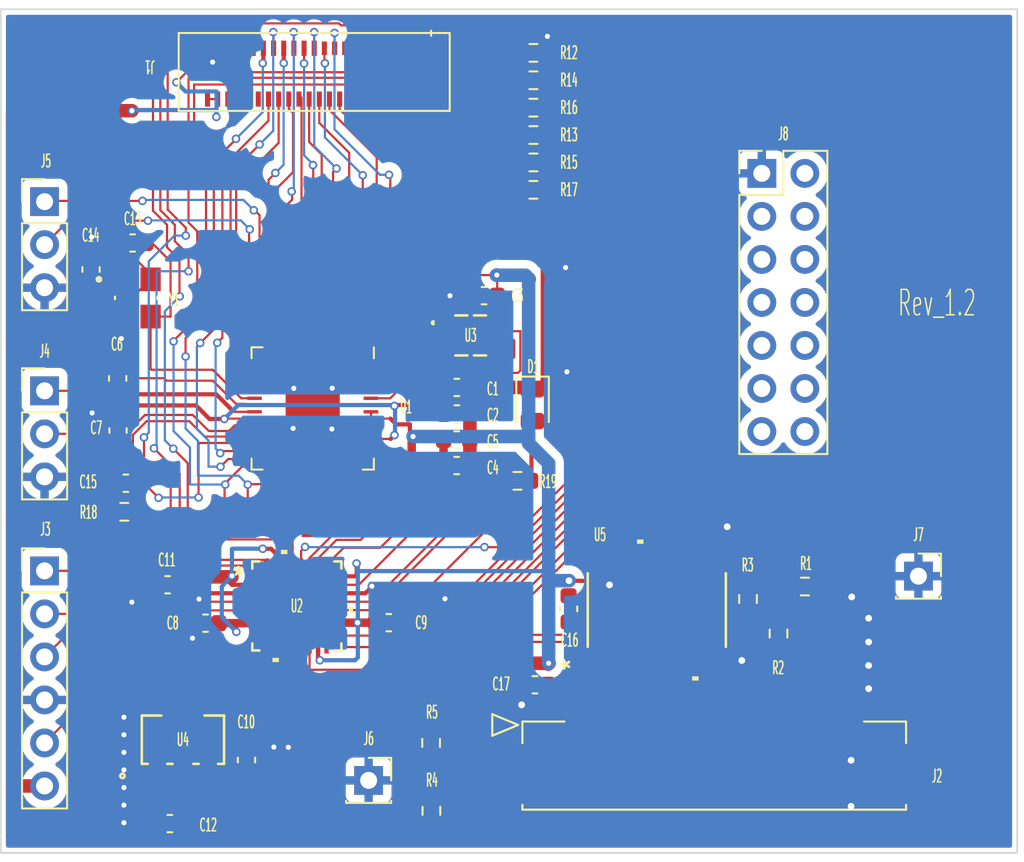
<source format=kicad_pcb>
(kicad_pcb (version 20221018) (generator pcbnew)
  (layers (0 "F.Cu" signal) (31 "B.Cu" signal) (34 "B.Paste" user) (35 "F.Paste" user) (36 "B.SilkS" user "B.Silkscreen") (37 "F.SilkS" user "F.Silkscreen") (38 "B.Mask" user) (39 "F.Mask" user) (44 "Edge.Cuts" user))
  (net 0 "")
  (net 1 "GND")
  (net 2 "+1V1")
  (net 3 "/LEDK1")
  (net 4 "/LEDK2")
  (net 5 "/LEDK3")
  (net 6 "/LEDK4")
  (net 7 "/LEDK5")
  (net 8 "/LEDK6")
  (net 9 "/VDD33")
  (net 10 "/DSP_TE")
  (net 11 "/DSP_CSn")
  (net 12 "/DSP_RS")
  (net 13 "/DSP_WR")
  (net 14 "/DSP_RD")
  (net 15 "/DSP_SDA")
  (net 16 "/DSP_SDO")
  (net 17 "/DSP_D0")
  (net 18 "/DSP_D1")
  (net 19 "/DSP_D2")
  (net 20 "/DSP_D3")
  (net 21 "/DSP_D4")
  (net 22 "/DSP_D5")
  (net 23 "/DSP_D6")
  (net 24 "/DSP_D7")
  (net 27 "/QSPI_SD3")
  (net 28 "/QSPI_SCLK")
  (net 29 "/QSPI_SD0")
  (net 30 "/QSPI_SD2")
  (net 31 "/QSPI_SD1")
  (net 32 "/QSPI_SS")
  (net 33 "/DSP_D8")
  (net 34 "/DSP_D9")
  (net 35 "/DSP_D10")
  (net 36 "/DSP_D11")
  (net 37 "/DSP_D12")
  (net 38 "/DSP_D13")
  (net 39 "/DSP_D14")
  (net 40 "/DSP_D15")
  (net 41 "/DSP_D16")
  (net 42 "/DSP_D17")
  (net 43 "/DSP_DE")
  (net 44 "/DCLK")
  (net 45 "/DSP_HSYNC")
  (net 46 "/DSP_VSYNC")
  (net 47 "/DSP_RST")
  (net 48 "/SYS_A0")
  (net 49 "/SYS_A0_lv")
  (net 50 "/SYS_WRn")
  (net 51 "/SYS_WRn_lv")
  (net 52 "/SYS_RDn")
  (net 53 "/SYS_RDn_lv")
  (net 54 "/SYS_D0")
  (net 55 "/SYS_D0_lv")
  (net 56 "/SYS_D1")
  (net 57 "/SYS_D1_lv")
  (net 58 "/SYS_D2")
  (net 59 "/SYS_D2_lv")
  (net 60 "/SYS_D3")
  (net 61 "/SYS_D3_lv")
  (net 62 "/SYS_D4")
  (net 63 "/SYS_D4_lv")
  (net 64 "/SYS_D5")
  (net 65 "/SYS_D5_lv")
  (net 66 "/SYS_D6")
  (net 67 "/SYS_D6_lv")
  (net 68 "/SYS_D7")
  (net 69 "/SYS_D7_lv")
  (net 70 "Net-(U1-XIN)")
  (net 71 "Net-(U1-XOUT)")
  (net 72 "/TD0")
  (net 73 "/TMS")
  (net 74 "/TCK")
  (net 75 "/TDI")
  (net 76 "/SWCLK")
  (net 77 "/SWD")
  (net 78 "/UART_TX")
  (net 79 "/UART_RX")
  (net 80 "/FPGA_S0")
  (net 81 "/FPGA_S1")
  (net 82 "/FPGA_S2")
  (net 83 "/FPGA_S3")
  (net 84 "/FPGA_S4")
  (net 85 "/FPGA_S5")
  (net 86 "/FPGA_S6")
  (net 87 "/PW_5V")
  (net 101 "Net-(U1-RUN)")
  (net 102 "Net-(D1-A)")
  (net 103 "/PW_LED")
  (net 104 "Net-(U5-VCCA)")
  (footprint "Resistor_SMD:R_0603_1608Metric" (layer "F.Cu") (at 125.417965 147.516751 -90)
    (fp_text reference "R4")
    (fp_text value "0")
  )
  (footprint "Capacitor_SMD:C_0603_1608Metric" (layer "F.Cu") (at 109.847172 134.174852 180)
    (fp_text reference "C11")
    (fp_text value "100n" hide)
  )
  (footprint "Connector_PinHeader_2.54mm:PinHeader_2x07_P2.54mm_Vertical" (layer "F.Cu") (at 144.923052 109.886344)
    (fp_text reference "J8")
    (fp_text value "Conn_01x14_Pin")
  )
  (footprint "Capacitor_SMD:C_0603_1608Metric" (layer "F.Cu") (at 112.084685 136.4414 180)
    (fp_text reference "C8")
    (fp_text value "100n" hide)
  )
  (footprint "Capacitor_SMD:C_0603_1608Metric" (layer "F.Cu") (at 128.52836 117.106436 180)
    (fp_text reference "C3")
    (fp_text value "100n" hide)
  )
  (footprint "dj_library:SOT-89_3MC_MCH" (layer "F.Cu") (at 110.748724 143.320741)
    (fp_text reference "U4")
    (fp_text value "MCP1700T-1202E/MB")
  )
  (footprint "dj_library:tp_small" (layer "F.Cu") (at 114.576903 129.41385)
    (fp_text reference "TP10" hide)
    (fp_text value "TestPoint" hide)
  )
  (footprint "dj_library:tp_small" (layer "F.Cu") (at 118.941405 115.002695)
    (fp_text reference "TP7" hide)
    (fp_text value "TestPoint" hide)
  )
  (footprint "Capacitor_SMD:C_0603_1608Metric" (layer "F.Cu") (at 114.501029 144.52016 90)
    (fp_text reference "C10")
    (fp_text value "100n" hide)
  )
  (footprint "Connector_PinHeader_2.54mm:PinHeader_1x03_P2.54mm_Vertical" (layer "F.Cu") (at 102.581343 111.555507)
    (fp_text reference "J5")
    (fp_text value "Conn_01x03_Pin" hide)
  )
  (footprint "dj_library:tp_small" (layer "F.Cu") (at 118.128589 130.980888)
    (fp_text reference "TP13" hide)
    (fp_text value "TestPoint" hide)
  )
  (footprint "dj_library:tp_small" (layer "F.Cu") (at 113.207875 129.41385)
    (fp_text reference "TP9" hide)
    (fp_text value "TestPoint" hide)
  )
  (footprint "Capacitor_SMD:C_0603_1608Metric" (layer "F.Cu") (at 126.91032 127.134405)
    (fp_text reference "C4")
    (fp_text value "100n" hide)
  )
  (footprint "Resistor_SMD:R_0603_1608Metric" (layer "F.Cu") (at 144.108907 135.011223 90)
    (fp_text reference "R3")
    (fp_text value "3.9K" hide)
  )
  (footprint "dj_library:tp_small" (layer "F.Cu") (at 123.637332 130.464242)
    (fp_text reference "TP16" hide)
    (fp_text value "TestPoint" hide)
  )
  (footprint "dj_library:tp_small" (layer "F.Cu") (at 119.742124 113.551571)
    (fp_text reference "TP6" hide)
    (fp_text value "TestPoint" hide)
  )
  (footprint "Package_DFN_QFN:QFN-56-1EP_7x7mm_P0.4mm_EP3.2x3.2mm" (layer "F.Cu") (at 118.410244 123.763499 -90)
    (fp_text reference "U1")
    (fp_text value "RP2040" hide)
  )
  (footprint "Capacitor_SMD:C_0603_1608Metric" (layer "F.Cu") (at 106.896439 121.990729 90)
    (fp_text reference "C6")
    (fp_text value "100n" hide)
  )
  (footprint "Capacitor_SMD:C_0603_1608Metric" (layer "F.Cu") (at 122.900949 136.411748)
    (fp_text reference "C9")
    (fp_text value "100n" hide)
  )
  (footprint "dj_library:CON_532611471" (layer "F.Cu") (at 133.990278 142.449626)
    (fp_text reference "J2")
    (fp_text value "Conn_01x14_Pin" hide)
  )
  (footprint "dj_library:TSSOP24_PW_TEX" (layer "F.Cu") (at 138.724325 135.665826 90)
    (fp_text reference "U5")
    (fp_text value "SN74LXC8T245QPWRQ1")
  )
  (footprint "Capacitor_SMD:C_0603_1608Metric" (layer "F.Cu") (at 107.780187 113.9962)
    (fp_text reference "C13")
    (fp_text value "15pf")
  )
  (footprint "Capacitor_SMD:C_0603_1608Metric" (layer "F.Cu") (at 131.529003 140.078251 180)
    (fp_text reference "C17")
    (fp_text value "100n" hide)
  )
  (footprint "Resistor_SMD:R_0603_1608Metric" (layer "F.Cu") (at 131.441375 110.858586 180)
    (fp_text reference "R17")
    (fp_text value "330" hide)
  )
  (footprint "Resistor_SMD:R_0603_1608Metric" (layer "F.Cu") (at 131.441375 104.390122 180)
    (fp_text reference "R14")
    (fp_text value "330" hide)
  )
  (footprint "Diode_SMD:D_0805_2012Metric" (layer "F.Cu") (at 131.390898 123.571057 -90)
    (fp_text reference "D1")
    (fp_text value "LED" hide)
  )
  (footprint "Connector_PinSocket_2.54mm:PinSocket_1x01_P2.54mm_Vertical" (layer "F.Cu") (at 154.169983 133.665563)
    (fp_text reference "J7")
    (fp_text value "Conn_01x01_Pin")
  )
  (footprint "Connector_PinSocket_2.54mm:PinSocket_1x01_P2.54mm_Vertical" (layer "F.Cu") (at 121.711734 145.722234)
    (fp_text reference "J6")
    (fp_text value "Conn_01x01_Pin")
  )
  (footprint "Capacitor_SMD:C_0603_1608Metric" (layer "F.Cu") (at 133.51648 135.599236 -90)
    (fp_text reference "C16")
    (fp_text value "100n" hide)
  )
  (footprint "dj_library:tp_small" (layer "F.Cu") (at 122.988436 113.551571)
    (fp_text reference "TP2" hide)
    (fp_text value "TestPoint" hide)
  )
  (footprint "dj_library:8-USON_2X3_MAC" (layer "F.Cu") (at 127.735589 119.4548)
    (fp_text reference "U3")
    (fp_text value "MX25V1635FZUI")
  )
  (footprint "dj_library:tp_small" (layer "F.Cu") (at 123.810873 115.002695)
    (fp_text reference "TP1" hide)
    (fp_text value "TestPoint" hide)
  )
  (footprint "Capacitor_SMD:C_0603_1608Metric" (layer "F.Cu") (at 107.381325 128.17959)
    (fp_text reference "C15")
    (fp_text value "100n")
  )
  (footprint "Connector_PinHeader_2.54mm:PinHeader_1x03_P2.54mm_Vertical" (layer "F.Cu") (at 102.581343 122.722181)
    (fp_text reference "J4")
    (fp_text value "Conn_01x03_Pin" hide)
  )
  (footprint "dj_library:tp_small" (layer "F.Cu") (at 118.118968 113.551571)
    (fp_text reference "TP8" hide)
    (fp_text value "TestPoint" hide)
  )
  (footprint "Capacitor_SMD:C_0603_1608Metric" (layer "F.Cu") (at 105.324381 115.559379 -90)
    (fp_text reference "C14")
    (fp_text value "15pf")
  )
  (footprint "Resistor_SMD:R_0603_1608Metric" (layer "F.Cu") (at 107.287402 129.866726 180)
    (fp_text reference "R18")
    (fp_text value "10K")
  )
  (footprint "Capacitor_SMD:C_0603_1608Metric" (layer "F.Cu") (at 126.915381 122.525382 180)
    (fp_text reference "C1")
    (fp_text value "100n" hide)
  )
  (footprint "dj_library:tp_small" (layer "F.Cu") (at 121.36528 113.551571)
    (fp_text reference "TP4" hide)
    (fp_text value "TestPoint" hide)
  )
  (footprint "dj_library:tp_small" (layer "F.Cu") (at 122.269414 130.493199)
    (fp_text reference "TP15" hide)
    (fp_text value "TestPoint" hide)
  )
  (footprint "dj_library:QFN32_SG32C_LAT" (layer "F.Cu") (at 117.474586 135.424706)
    (fp_text reference "U2")
    (fp_text value "LCMXO2-1200HC-4SG32C")
  )
  (footprint "Resistor_SMD:R_0603_1608Metric" (layer "F.Cu") (at 147.463381 134.277974 180)
    (fp_text reference "R1")
    (fp_text value "3.9K" hide)
  )
  (footprint "dj_library:tp_small" (layer "F.Cu") (at 127.741086 130.464242)
    (fp_text reference "TP19" hide)
    (fp_text value "TestPoint" hide)
  )
  (footprint "Capacitor_SMD:C_0603_1608Metric" (layer "F.Cu") (at 109.97531 148.27319)
    (fp_text reference "C12")
    (fp_text value "100n")
  )
  (footprint "dj_library:tp_small" (layer "F.Cu") (at 126.373168 130.464242)
    (fp_text reference "TP18" hide)
    (fp_text value "TestPoint" hide)
  )
  (footprint "dj_library:tp_small" (layer "F.Cu") (at 125.00525 130.464242)
    (fp_text reference "TP17" hide)
    (fp_text value "TestPoint" hide)
  )
  (footprint "Resistor_SMD:R_0603_1608Metric" (layer "F.Cu") (at 125.400322 143.510594 90)
    (fp_text reference "R5")
    (fp_text value "0")
  )
  (footprint "dj_library:tp_small" (layer "F.Cu") (at 122.187717 115.002695)
    (fp_text reference "TP3" hide)
    (fp_text value "TestPoint" hide)
  )
  (footprint "dj_library:XTAL_ABM8G-12.000MHZ-4Y-T3" (layer "F.Cu") (at 107.988681 117.241084)
    (fp_text reference "Y1")
    (fp_text value "ABM8G-12.000MHZ-4Y-T3" hide)
  )
  (footprint "Capacitor_SMD:C_0603_1608Metric" (layer "F.Cu") (at 106.917364 125.066798 90)
    (fp_text reference "C7")
    (fp_text value "2.2uF" hide)
  )
  (footprint "Resistor_SMD:R_0603_1608Metric" (layer "F.Cu") (at 131.441375 102.773006 180)
    (fp_text reference "R12")
    (fp_text value "330" hide)
  )
  (footprint "dj_library:tp_small" (layer "F.Cu") (at 129.109005 130.493199)
    (fp_text reference "TP20" hide)
    (fp_text value "TestPoint" hide)
  )
  (footprint "dj_library:CONN_45_FPC_06MM" (layer "F.Cu") (at 118.5 104 180)
    (fp_text reference "J1")
    (fp_text value "Conn_2Rows-45Pins")
  )
  (footprint "dj_library:tp_small" (layer "F.Cu") (at 120.564561 115.002695)
    (fp_text reference "TP5" hide)
    (fp_text value "TestPoint" hide)
  )
  (footprint "dj_library:tp_small" (layer "F.Cu") (at 120.901496 130.493199)
    (fp_text reference "TP14" hide)
    (fp_text value "TestPoint" hide)
  )
  (footprint "dj_library:tp_small" (layer "F.Cu") (at 117.314959 129.41385)
    (fp_text reference "TP12" hide)
    (fp_text value "TestPoint" hide)
  )
  (footprint "Resistor_SMD:R_0603_1608Metric" (layer "F.Cu") (at 131.441375 107.624354 180)
    (fp_text reference "R13")
    (fp_text value "330" hide)
  )
  (footprint "Resistor_SMD:R_0603_1608Metric" (layer "F.Cu") (at 131.441375 109.24147 180)
    (fp_text reference "R15")
    (fp_text value "330" hide)
  )
  (footprint "Capacitor_SMD:C_0603_1608Metric" (layer "F.Cu") (at 126.921441 124.087173 180)
    (fp_text reference "C2")
    (fp_text value "100n" hide)
  )
  (footprint "Resistor_SMD:R_0603_1608Metric" (layer "F.Cu") (at 131.441375 106.007238 180)
    (fp_text reference "R16")
    (fp_text value "330" hide)
  )
  (footprint "Resistor_SMD:R_0603_1608Metric" (layer "F.Cu") (at 145.911609 137.050916 90)
    (fp_text reference "R2")
    (fp_text value "3.9K" hide)
  )
  (footprint "dj_library:tp_small" (layer "F.Cu") (at 115.945931 129.41385)
    (fp_text reference "TP11" hide)
    (fp_text value "TestPoint" hide)
  )
  (footprint "Resistor_SMD:R_0603_1608Metric" (layer "F.Cu") (at 130.4997 128.03836 180)
    (fp_text reference "R19")
    (fp_text value "10K")
  )
  (footprint "Capacitor_SMD:C_0603_1608Metric" (layer "F.Cu") (at 126.91032 125.62191 180)
    (fp_text reference "C5")
    (fp_text value "100n" hide)
  )
  (footprint "Connector_PinHeader_2.54mm:PinHeader_1x06_P2.54mm_Vertical" (layer "F.Cu") (at 102.581343 133.351563)
    (fp_text reference "J3")
    (fp_text value "Conn_01x06_Pin" hide)
  )
  (gr_rect (start 100 100.2) (end 160 150) (stroke (width 0.1)) (fill none) (layer "Edge.Cuts"))
  (gr_text "Rev_1.2" (at 152.901858 118.423975) (layer "F.SilkS") (effects (font (size 1.5 0.8) (thickness 0.0875) bold) (justify left bottom)))
  (segment (start 107.282516 148.222389) (end 107.265212 148.222389) (width 0.8) (layer "F.Cu") (net 1))
  (segment (start 151.191256 140.342651) (end 150.240279 140.342651) (width 0.8) (layer "F.Cu") (net 1))
  (segment (start 107.138681 117.841084) (end 108.838681 116.141084) (width 0.13) (layer "F.Cu") (net 1))
  (segment (start 109.072172 134.174852) (end 108.757011 134.174852) (width 0.25) (layer "F.Cu") (net 1))
  (segment (start 127.793783 117.146859) (end 127.75336 117.106436) (width 0.13) (layer "F.Cu") (net 1))
  (segment (start 107.265212 145.41905) (end 107.265212 144.43269) (width 0.8) (layer "F.Cu") (net 1))
  (segment (start 106.896439 119.859225) (end 107.113906 119.641758) (width 0.5) (layer "F.Cu") (net 1))
  (segment (start 135.930094 134.182136) (end 135.204883 134.907347) (width 0.25) (layer "F.Cu") (net 1))
  (segment (start 143.743171 138.643046) (end 143.743171 138.655362) (width 0.25) (layer "F.Cu") (net 1))
  (segment (start 150.240279 136.09364) (end 150.240279 137.6824) (width 0.8) (layer "F.Cu") (net 1))
  (segment (start 107.265212 141.992747) (end 107.247907 142.027356) (width 0.8) (layer "F.Cu") (net 1))
  (segment (start 135.204883 135.956879) (end 134.787526 136.374236) (width 0.25) (layer "F.Cu") (net 1))
  (segment (start 126.196084 134.999782) (end 126.219157 134.999782) (width 0.25) (layer "F.Cu") (net 1))
  (segment (start 123.708755 136.411748) (end 123.7273 136.430293) (width 0.25) (layer "F.Cu") (net 1))
  (segment (start 142.299324 132.713076) (end 142.299324 131.352969) (width 0.25) (layer "F.Cu") (net 1))
  (segment (start 105.40446 124.043103) (end 105.40446 125.052768) (width 0.13) (layer "F.Cu") (net 1))
  (segment (start 151.228205 138.93863) (end 151.117361 139.049474) (width 0.8) (layer "F.Cu") (net 1))
  (segment (start 135.204883 134.907347) (end 135.204883 135.956879) (width 0.25) (layer "F.Cu") (net 1))
  (segment (start 150.240279 137.6824) (end 151.098888 137.6824) (width 0.8) (layer "F.Cu") (net 1))
  (segment (start 142.880013 130.747648) (end 142.904645 130.747648) (width 0.25) (layer "F.Cu") (net 1))
  (segment (start 127.690381 127.129344) (end 127.68532 127.134405) (width 0.8) (layer "F.Cu") (net 1))
  (segment (start 141.649323 138.618576) (end 143.706385 138.618576) (width 0.25) (layer "F.Cu") (net 1))
  (segment (start 132.266375 121.601029) (end 133.418066 121.601029) (width 0.8) (layer "F.Cu") (net 1))
  (segment (start 111.9 102.5) (end 112.5 102.5) (width 0.13) (layer "F.Cu") (net 1))
  (segment (start 107.138681 118.341084) (end 107.138681 117.841084) (width 0.13) (layer "F.Cu") (net 1))
  (segment (start 112.5 102.5) (end 112.5 103.317605) (width 0.13) (layer "F.Cu") (net 1))
  (segment (start 142.880013 130.77228) (end 142.880013 130.747648) (width 0.25) (layer "F.Cu") (net 1))
  (segment (start 105.391585 124.030228) (end 105.40446 124.043103) (width 0.13) (layer "F.Cu") (net 1))
  (segment (start 107.333317 148.27319) (end 107.282516 148.222389) (width 0.8) (layer "F.Cu") (net 1))
  (segment (start 112.5 103.317605) (end 112.500409 103.318014) (width 0.13) (layer "F.Cu") (net 1))
  (segment (start 127.75336 120.479423) (end 127.793783 120.519846) (width 0.13) (layer "F.Cu") (net 1))
  (segment (start 151.172783 136.09364) (end 151.228205 136.149062) (width 0.8) (layer "F.Cu") (net 1))
  (segment (start 134.787526 136.374236) (end 133.51648 136.374236) (width 0.25) (layer "F.Cu") (net 1))
  (segment (start 127.75336 117.106436) (end 126.520821 117.106436) (width 0.13) (layer "F.Cu") (net 1))
  (segment (start 119.900286 134.674705) (end 118.224587 134.674705) (width 0.25) (layer "F.Cu") (net 1))
  (segment (start 127.696595 112.170786) (end 122.998779 107.47297) (width 0.25) (layer "F.Cu") (net 1))
  (segment (start 136.449326 132.713076) (end 136.449326 133.672943) (width 0.25) (layer "F.Cu") (net 1))
  (segment (start 151.228205 140.305703) (end 151.191256 140.342651) (width 0.8) (layer "F.Cu") (net 1))
  (segment (start 117.032676 143.770632) (end 117.048058 143.75525) (width 0.8) (layer "F.Cu") (net 1))
  (segment (start 113.7 102.5) (end 113.7 103.08) (width 0.13) (layer "F.Cu") (net 1))
  (segment (start 116.094793 143.74516) (end 116.084703 143.75525) (width 0.8) (layer "F.Cu") (net 1))
  (segment (start 109.248724 145.331941) (end 109.248724 146.916217) (width 0.8) (layer "F.Cu") (net 1))
  (segment (start 121.520783 134.674705) (end 121.900706 134.294782) (width 0.25) (layer "F.Cu") (net 1))
  (segment (start 113.7 103.08) (end 113.461986 103.318014) (width 0.13) (layer "F.Cu") (net 1))
  (segment (start 116.084703 143.75525) (end 116.117457 143.75525) (width 0.8) (layer "F.Cu") (net 1))
  (segment (start 150.240279 142.449626) (end 150.240279 147.205297) (width 0.8) (layer "F.Cu") (net 1))
  (segment (start 143.743171 138.655362) (end 143.743171 138.655362) (width 0.25) (layer "F.Cu") (net 1))
  (segment (start 107.265212 148.205085) (end 107.247907 148.18778) (width 0.8) (layer "F.Cu") (net 1))
  (segment (start 106.670204 113.661217) (end 107.005187 113.9962) (width 0.13) (layer "F.Cu") (net 1))
  (segment (start 127.690381 122.525382) (end 131.989692 122.525382) (width 0.8) (layer "F.Cu") (net 1))
  (segment (start 122.998779 107.47297) (end 123 107.471749) (width 0.25) (layer "F.Cu") (net 1))
  (segment (start 132.266375 102.773006) (end 132.266375 110.858586) (width 0.8) (layer "F.Cu") (net 1))
  (segment (start 105.324381 113.661217) (end 105.34457 113.661217) (width 0.13) (layer "F.Cu") (net 1))
  (segment (start 126.985588 120.204801) (end 127.735589 119.4548) (width 0.25) (layer "F.Cu") (net 1))
  (segment (start 136.449326 133.672943) (end 135.940133 134.182136) (width 0.25) (layer "F.Cu") (net 1))
  (segment (start 127.696595 112.536459) (end 132.266375 112.536459) (width 0.25) (layer "F.Cu") (net 1))
  (segment (start 107.265212 148.222389) (end 107.265212 141.992747) (width 0.8) (layer "F.Cu") (net 1))
  (segment (start 106.896439 121.215729) (end 106.896439 119.859225) (width 0.5) (layer "F.Cu") (net 1))
  (segment (start 107.265212 146.578456) (end 107.265212 145.488268) (width 0.8) (layer "F.Cu") (net 1))
  (segment (start 114.501029 143.74516) (end 116.094793 143.74516) (width 0.8) (layer "F.Cu") (net 1))
  (segment (start 150.240279 147.205297) (end 150.193663 147.251913) (width 0.8) (layer "F.Cu") (net 1))
  (segment (start 130.754003 141.270281) (end 130.770747 141.287025) (width 0.25) (layer "F.Cu") (net 1))
  (segment (start 132.266375 110.858586) (end 132.266375 112.536459) (width 0.8) (layer "F.Cu") (net 1))
  (segment (start 130.754003 140.078251) (end 130.745795 141.262073) (width 0.25) (layer "F.Cu") (net 1))
  (segment (start 107.265212 148.222389) (end 107.265212 148.205085) (width 0.8) (layer "F.Cu") (net 1))
  (segment (start 132.266375 112.536459) (end 132.266375 115.449257) (width 0.8) (layer "F.Cu") (net 1))
  (segment (start 107.265212 147.530207) (end 107.265212 146.647674) (width 0.8) (layer "F.Cu") (net 1))
  (segment (start 109.20031 148.27319) (end 107.333317 148.27319) (width 0.8) (layer "F.Cu") (net 1))
  (segment (start 124.811719 136.384147) (end 126.196084 134.999782) (width 0.25) (layer "F.Cu") (net 1))
  (segment (start 151.117361 139.049474) (end 150.240279 139.049474) (width 0.8) (layer "F.Cu") (net 1))
  (segment (start 132.266375 115.449257) (end 132.266375 121.601029) (width 0.8) (layer "F.Cu") (net 1))
  (segment (start 150.240279 134.9025) (end 150.240279 136.09364) (width 0.8) (layer "F.Cu") (net 1))
  (segment (start 130.745795 141.262073) (end 130.754003 141.270281) (width 0.25) (layer "F.Cu") (net 1))
  (segment (start 108.838681 115.829694) (end 107.005187 113.9962) (width 0.13) (layer "F.Cu") (net 1))
  (segment (start 142.299324 131.352969) (end 142.880013 130.77228) (width 0.25) (layer "F.Cu") (net 1))
  (segment (start 132.266375 121.601029) (end 132.266375 122.248699) (width 0.8) (layer "F.Cu") (net 1))
  (segment (start 150.240279 140.342651) (end 150.240279 142.449626) (width 0.8) (layer "F.Cu") (net 1))
  (segment (start 123.675949 136.411748) (end 123.708755 136.411748) (width 0.25) (layer "F.Cu") (net 1))
  (segment (start 107.138681 118.341084) (end 107.138681 119.616983) (width 0.13) (layer "F.Cu") (net 1))
  (segment (start 107.265212 143.082935) (end 107.265212 141.992747) (width 0.8) (layer "F.Cu") (net 1))
  (segment (start 117.410244 122.763499) (end 118.410244 123.763499) (width 0.13) (layer "F.Cu") (net 1))
  (segment (start 105.346067 124.030228) (end 105.391585 124.030228) (width 0.13) (layer "F.Cu") (net 1))
  (segment (start 123 107.471749) (end 123 105.5) (width 0.25) (layer "F.Cu") (net 1))
  (segment (start 121.900706 134.294782) (end 121.900706 134.258891) (width 0.25) (layer "F.Cu") (net 1))
  (segment (start 135.930094 134.192175) (end 135.960212 134.162057) (width 0.25) (layer "F.Cu") (net 1))
  (segment (start 111.309685 136.4414) (end 111.309685 137.323731) (width 0.25) (layer "F.Cu") (net 1))
  (segment (start 150.240279 139.049474) (end 150.240279 140.342651) (width 0.8) (layer "F.Cu") (net 1))
  (segment (start 108.757011 134.174852) (end 107.732117 135.199746) (width 0.5) (layer "F.Cu") (net 1))
  (segment (start 142.904645 130.747648) (end 142.929277 130.723016) (width 0.25) (layer "F.Cu") (net 1))
  (segment (start 105.371914 113.661217) (end 106.670204 113.661217) (width 0.13) (layer "F.Cu") (net 1))
  (segment (start 105.40446 125.052768) (end 106.19349 125.841798) (width 0.13) (layer "F.Cu") (net 1))
  (segment (start 132.266375 115.449257) (end 133.340195 115.449257) (width 0.8) (layer "F.Cu") (net 1))
  (segment (start 105.34457 113.661217) (end 105.358242 113.647545) (width 0.13) (layer "F.Cu") (net 1))
  (segment (start 114.972744 122.763499) (end 117.410244 122.763499) (width 0.13) (layer "F.Cu") (net 1))
  (segment (start 107.247907 148.18778) (end 107.265212 147.530207) (width 0.8) (layer "F.Cu") (net 1))
  (segment (start 132.266375 122.248699) (end 131.989692 122.525382) (width 0.8) (layer "F.Cu") (net 1))
  (segment (start 105.358242 113.647545) (end 105.371914 113.661217) (width 0.13) (layer "F.Cu") (net 1))
  (segment (start 115.048886 134.674705) (end 112.035319 134.674705) (width 0.25) (layer "F.Cu") (net 1))
  (segment (start 127.696595 112.536459) (end 127.696595 112.170786) (width 0.25) (layer "F.Cu") (net 1))
  (segment (start 127.690381 122.525382) (end 127.690381 127.129344) (width 0.8) (layer "F.Cu") (net 1))
  (segment (start 118.224587 134.674705) (end 117.474586 135.424706) (width 0.25) (layer "F.Cu") (net 1))
  (segment (start 108.838681 116.141084) (end 108.838681 115.829694) (width 0.13) (layer "F.Cu") (net 1))
  (segment (start 117.017294 143.75525) (end 117.032676 143.770632) (width 0.8) (layer "F.Cu") (net 1))
  (segment (start 106.19349 125.841798) (end 106.917364 125.841798) (width 0.13) (layer "F.Cu") (net 1))
  (segment (start 126.520821 117.106436) (end 126.516739 117.110518) (width 0.13) (layer "F.Cu") (net 1))
  (segment (start 107.138681 119.616983) (end 107.113906 119.641758) (width 0.13) (layer "F.Cu") (net 1))
  (segment (start 121.936597 134.258891) (end 121.890452 134.305036) (width 0.25) (layer "F.Cu") (net 1))
  (segment (start 143.706385 138.618576) (end 143.730855 138.643046) (width 0.25) (layer "F.Cu") (net 1))
  (segment (start 123.7273 136.430293) (end 123.773446 136.384147) (width 0.25) (layer "F.Cu") (net 1))
  (segment (start 111.309685 137.323731) (end 111.314161 137.328207) (width 0.25) (layer "F.Cu") (net 1))
  (segment (start 116.724585 134.674705) (end 117.474586 135.424706) (width 0.25) (layer "F.Cu") (net 1))
  (segment (start 135.930094 134.182136) (end 135.930094 134.192175) (width 0.25) (layer "F.Cu") (net 1))
  (segment (start 121.900706 134.258891) (end 121.936597 134.258891) (width 0.25) (layer "F.Cu") (net 1))
  (segment (start 116.117457 143.75525) (end 117.017294 143.75525) (width 0.8) (layer "F.Cu") (net 1))
  (segment (start 127.793783 120.519846) (end 127.793783 119.767927) (width 0.13) (layer "F.Cu") (net 1))
  (segment (start 111.698706 135.011318) (end 111.698706 135.01901) (width 0.25) (layer "F.Cu") (net 1))
  (segment (start 132.266375 101.797576) (end 132.266375 102.773006) (width 0.8) (layer "F.Cu") (net 1))
  (segment (start 102.583059 127.803897) (end 102.581343 127.802181) (width 0.13) (layer "F.Cu") (net 1))
  (segment (start 143.730855 138.643046) (end 143.743171 138.643046) (width 0.25) (layer "F.Cu") (net 1))
  (segment (start 119.900286 134.674705) (end 121.520783 134.674705) (width 0.25) (layer "F.Cu") (net 1))
  (segment (start 150.240279 136.09364) (end 151.172783 136.09364) (width 0.8) (layer "F.Cu") (net 1))
  (segment (start 106.606325 128.17959) (end 106.230632 127.803897) (width 0.13) (layer "F.Cu") (net 1))
  (segment (start 135.940133 134.182136) (end 135.930094 134.182136) (width 0.25) (layer "F.Cu") (net 1))
  (segment (start 115.048886 134.674705) (end 116.724585 134.674705) (width 0.25) (layer "F.Cu") (net 1))
  (segment (start 116.117457 143.75525) (end 116.117457 143.722496) (width 0.8) (layer "F.Cu") (net 1))
  (segment (start 150.230611 134.892832) (end 150.240279 134.9025) (width 0.8) (layer "F.Cu") (net 1))
  (segment (start 112.035319 134.674705) (end 111.698706 135.011318) (width 0.25) (layer "F.Cu") (net 1))
  (segment (start 127.75336 117.106436) (end 127.75336 120.479423) (width 0.25) (layer "F.Cu") (net 1))
  (segment (start 109.248724 146.89058) (end 109.248724 148.224776) (width 0.8) (layer "F.Cu") (net 1))
  (segment (start 106.230632 127.803897) (end 102.583059 127.803897) (width 0.13) (layer "F.Cu") (net 1))
  (segment (start 109.248724 148.224776) (end 109.20031 148.27319) (width 0.8) (layer "F.Cu") (net 1))
  (segment (start 113.461986 103.318014) (end 112.500409 103.318014) (width 0.13) (layer "F.Cu") (net 1))
  (segment (start 150.240279 137.6824) (end 150.240279 139.049474) (width 0.8) (layer "F.Cu") (net 1))
  (segment (start 105.324381 114.784379) (end 105.324381 113.661217) (width 0.13) (layer "F.Cu") (net 1))
  (segment (start 126.287789 120.204801) (end 126.985588 120.204801) (width 0.25) (layer "F.Cu") (net 1))
  (segment (start 123.773446 136.384147) (end 124.811719 136.384147) (width 0.25) (layer "F.Cu") (net 1))
  (segment (start 151.098888 137.6824) (end 151.228205 137.553083) (width 0.8) (layer "F.Cu") (net 1))
  (segment (start 127.793783 119.767927) (end 127.786199 119.760343) (width 0.13) (layer "F.Cu") (net 1))
  (via (at 116.969867 143.770632) (size 0.5) (drill 0.3) (layers "F.Cu" "B.Cu") (net 1))
  (via (at 150.193663 144.536241) (size 0.8) (drill 0.4) (layers "F.Cu" "B.Cu") (net 1))
  (via (at 151.228205 140.305703) (size 0.8) (drill 0.4) (layers "F.Cu" "B.Cu") (net 1))
  (via (at 117.256606 124.940209) (size 0.5) (drill 0.3) (layers "F.Cu" "B.Cu") (net 1))
  (via (at 107.265212 145.107566) (size 0.5) (drill 0.3) (layers "F.Cu" "B.Cu") (net 1))
  (via (at 107.265212 147.184112) (size 0.5) (drill 0.3) (layers "F.Cu" "B.Cu") (net 1))
  (via (at 112.500409 103.318014) (size 0.55) (drill 0.3) (layers "F.Cu" "B.Cu") (net 1))
  (via (at 119.563881 122.571406) (size 0.5) (drill 0.3) (layers "F.Cu" "B.Cu") (net 1))
  (via (at 142.880013 130.747648) (size 0.8) (drill 0.4) (layers "F.Cu" "B.Cu") (net 1))
  (via (at 143.743171 138.643046) (size 0.8) (drill 0.4) (layers "F.Cu" "B.Cu") (net 1))
  (via (at 107.113906 119.641758) (size 0.5) (drill 0.3) (layers "F.Cu" "B.Cu") (net 1))
  (via (at 117.295061 122.579097) (size 0.5) (drill 0.3) (layers "F.Cu" "B.Cu") (net 1))
  (via (at 151.228205 138.93863) (size 0.8) (drill 0.4) (layers "F.Cu" "B.Cu") (net 1))
  (via (at 107.265212 148.222389) (size 0.5) (drill 0.3) (layers "F.Cu" "B.Cu") (net 1))
  (via (at 107.265212 146.145839) (size 0.5) (drill 0.3) (layers "F.Cu" "B.Cu") (net 1))
  (via (at 121.900706 134.258891) (size 0.5) (drill 0.3) (layers "F.Cu" "B.Cu") (net 1))
  (via (at 151.228205 137.553083) (size 0.8) (drill 0.4) (layers "F.Cu" "B.Cu") (net 1))
  (via (at 133.418066 121.601029) (size 0.5) (drill 0.3) (layers "F.Cu" "B.Cu") (net 1))
  (via (at 133.340195 115.449257) (size 0.5) (drill 0.3) (layers "F.Cu" "B.Cu") (net 1))
  (via (at 132.266375 101.797576) (size 0.5) (drill 0.3) (layers "F.Cu" "B.Cu") (net 1))
  (via (at 105.391585 124.030228) (size 0.5) (drill 0.3) (layers "F.Cu" "B.Cu") (net 1))
  (via (at 126.516739 117.110518) (size 0.5) (drill 0.3) (layers "F.Cu" "B.Cu") (net 1))
  (via (at 107.265212 141.992747) (size 0.5) (drill 0.3) (layers "F.Cu" "B.Cu") (net 1))
  (via (at 107.265212 143.03102) (size 0.5) (drill 0.3) (layers "F.Cu" "B.Cu") (net 1))
  (via (at 150.193663 147.251913) (size 0.8) (drill 0.4) (layers "F.Cu" "B.Cu") (net 1))
  (via (at 119.540808 124.978663) (size 0.5) (drill 0.3) (layers "F.Cu" "B.Cu") (net 1))
  (via (at 130.745795 141.262073) (size 0.8) (drill 0.4) (layers "F.Cu" "B.Cu") (net 1))
  (via (at 107.732117 135.199746) (size 0.5) (drill 0.3) (layers "F.Cu" "B.Cu") (net 1))
  (via (at 126.219157 134.999782) (size 0.5) (drill 0.3) (layers "F.Cu" "B.Cu") (net 1))
  (via (at 111.314161 137.328207) (size 0.5) (drill 0.3) (layers "F.Cu" "B.Cu") (net 1))
  (via (at 150.230611 134.892832) (size 0.8) (drill 0.4) (layers "F.Cu" "B.Cu") (net 1))
  (via (at 111.698706 135.01901) (size 0.5) (drill 0.3) (layers "F.Cu" "B.Cu") (net 1))
  (via (at 107.265212 144.069293) (size 0.5) (drill 0.3) (layers "F.Cu" "B.Cu") (net 1))
  (via (at 135.930094 134.182136) (size 0.8) (drill 0.4) (layers "F.Cu" "B.Cu") (net 1))
  (via (at 151.228205 136.149062) (size 0.8) (drill 0.4) (layers "F.Cu" "B.Cu") (net 1))
  (via (at 116.117457 143.75525) (size 0.5) (drill 0.3) (layers "F.Cu" "B.Cu") (net 1))
  (via (at 105.358242 113.647545) (size 0.5) (drill 0.3) (layers "F.Cu" "B.Cu") (net 1))
  (segment (start 106.917364 124.291798) (end 107.251377 124.291798) (width 0.25) (layer "F.Cu") (net 2))
  (segment (start 113.214924 124.363499) (end 114.972744 124.363499) (width 0.13) (layer "F.Cu") (net 2))
  (segment (start 113.193059 124.385364) (end 113.214924 124.363499) (width 0.13) (layer "F.Cu") (net 2))
  (segment (start 111.519268 123.58496) (end 112.319672 124.385364) (width 0.25) (layer "F.Cu") (net 2))
  (segment (start 112.319672 124.385364) (end 113.193059 124.385364) (width 0.25) (layer "F.Cu") (net 2))
  (segment (start 107.251377 124.291798) (end 107.958215 123.58496) (width 0.25) (layer "F.Cu") (net 2))
  (segment (start 126.140381 122.525382) (end 126.140381 124.081113) (width 0.5) (layer "F.Cu") (net 2))
  (segment (start 107.958215 123.58496) (end 111.519268 123.58496) (width 0.25) (layer "F.Cu") (net 2))
  (segment (start 123.206404 123.563499) (end 121.847744 123.563499) (width 0.13) (layer "F.Cu") (net 2))
  (segment (start 123.013402 125.563499) (end 123.239855 125.337046) (width 0.25) (layer "F.Cu") (net 2))
  (segment (start 126.140381 124.081113) (end 126.146441 124.087173) (width 0.5) (layer "F.Cu") (net 2))
  (segment (start 121.847744 125.563499) (end 123.013402 125.563499) (width 0.13) (layer "F.Cu") (net 2))
  (segment (start 123.206404 123.563499) (end 126.095969 123.563499) (width 0.25) (layer "F.Cu") (net 2))
  (segment (start 126.095969 124.232746) (end 126.095969 124.377322) (width 0.13) (layer "F.Cu") (net 2))
  (segment (start 126.095969 123.563499) (end 126.095969 124.232746) (width 0.25) (layer "F.Cu") (net 2))
  (via (at 113.193059 124.385364) (size 0.5) (drill 0.3) (layers "F.Cu" "B.Cu") (net 2))
  (via (at 123.23475 123.615764) (size 0.5) (drill 0.3) (layers "F.Cu" "B.Cu") (net 2))
  (via (at 123.239855 125.337046) (size 0.5) (drill 0.3) (layers "F.Cu" "B.Cu") (net 2))
  (segment (start 123.206404 123.563499) (end 123.206404 123.587418) (width 0.25) (layer "B.Cu") (net 2))
  (segment (start 123.271162 123.628257) (end 123.271162 125.305739) (width 0.25) (layer "B.Cu") (net 2))
  (segment (start 123.206404 123.563499) (end 114.014923 123.563499) (width 0.25) (layer "B.Cu") (net 2))
  (segment (start 123.206404 123.563499) (end 123.271162 123.628257) (width 0.25) (layer "B.Cu") (net 2))
  (segment (start 123.271162 125.305739) (end 123.239855 125.337046) (width 0.13) (layer "B.Cu") (net 2))
  (segment (start 123.206404 123.587418) (end 123.23475 123.615764) (width 0.25) (layer "B.Cu") (net 2))
  (segment (start 114.014923 123.563499) (end 113.193059 124.385364) (width 0.25) (layer "B.Cu") (net 2))
  (segment (start 125.1 101.910387) (end 125.1 102.5) (width 0.13) (layer "F.Cu") (net 3))
  (segment (start 130.616375 102.773006) (end 127.83896 102.773006) (width 0.13) (layer "F.Cu") (net 3))
  (segment (start 127.83896 102.773006) (end 126.975755 101.909801) (width 0.13) (layer "F.Cu") (net 3))
  (segment (start 125.100586 101.909801) (end 125.1 101.910387) (width 0.13) (layer "F.Cu") (net 3))
  (segment (start 126.975755 101.909801) (end 125.100586 101.909801) (width 0.13) (layer "F.Cu") (net 3))
  (segment (start 130.616375 107.624354) (end 128.307285 107.624354) (width 0.13) (layer "F.Cu") (net 4))
  (segment (start 126.182931 105.5) (end 124.8 105.5) (width 0.13) (layer "F.Cu") (net 4))
  (segment (start 128.307285 107.624354) (end 126.182931 105.5) (width 0.13) (layer "F.Cu") (net 4))
  (segment (start 124.5 103.392561) (end 124.5 102.5) (width 0.13) (layer "F.Cu") (net 5))
  (segment (start 130.530565 104.304312) (end 125.411751 104.304312) (width 0.13) (layer "F.Cu") (net 5))
  (segment (start 125.411751 104.304312) (end 124.5 103.392561) (width 0.13) (layer "F.Cu") (net 5))
  (segment (start 130.616375 104.390122) (end 130.530565 104.304312) (width 0.13) (layer "F.Cu") (net 5))
  (segment (start 130.616375 109.24147) (end 126.631581 109.24147) (width 0.13) (layer "F.Cu") (net 6))
  (segment (start 126.631581 109.24147) (end 124.2 106.809889) (width 0.13) (layer "F.Cu") (net 6))
  (segment (start 124.2 106.809889) (end 124.2 105.5) (width 0.13) (layer "F.Cu") (net 6))
  (segment (start 130.539369 106.007238) (end 129.28348 104.751349) (width 0.13) (layer "F.Cu") (net 7))
  (segment (start 129.28348 104.751349) (end 125.306797 104.751349) (width 0.13) (layer "F.Cu") (net 7))
  (segment (start 130.616375 106.007238) (end 130.539369 106.007238) (width 0.13) (layer "F.Cu") (net 7))
  (segment (start 123.9 103.344552) (end 123.9 102.5) (width 0.13) (layer "F.Cu") (net 7))
  (segment (start 125.306797 104.751349) (end 123.9 103.344552) (width 0.13) (layer "F.Cu") (net 7))
  (segment (start 123.6 107.146035) (end 123.6 105.5) (width 0.13) (layer "F.Cu") (net 8))
  (segment (start 130.616375 110.858586) (end 127.312551 110.858586) (width 0.13) (layer "F.Cu") (net 8))
  (segment (start 127.312551 110.858586) (end 123.6 107.146035) (width 0.13) (layer "F.Cu") (net 8))
  (segment (start 107.839619 122.765729) (end 106.896439 122.765729) (width 0.25) (layer "F.Cu") (net 9))
  (segment (start 117.410244 126.149679) (end 117.596424 125.963499) (width 0.13) (layer "F.Cu") (net 9))
  (segment (start 113.77924 123.963499) (end 113.684912 123.869171) (width 0.13) (layer "F.Cu") (net 9))
  (segment (start 124.148497 124.706151) (end 123.34173 124.706151) (width 0.25) (layer "F.Cu") (net 9))
  (segment (start 112.746335 140.965239) (end 111.623459 139.842363) (width 0.8) (layer "F.Cu") (net 9))
  (segment (start 100.796071 146.051563) (end 102.581343 146.051563) (width 0.8) (layer "F.Cu") (net 9))
  (segment (start 115.048886 136.174707) (end 115.048886 136.674706) (width 0.13) (layer "F.Cu") (net 9))
  (segment (start 121.768849 127.200999) (end 121.800157 127.16969) (width 0.13) (layer "F.Cu") (net 9))
  (segment (start 115.954925 132.048693) (end 116.224586 132.318354) (width 0.25) (layer "F.Cu") (net 9))
  (segment (start 134.567899 133.944504) (end 133.542712 133.932188) (width 0.25) (layer "F.Cu") (net 9))
  (segment (start 112.2 105.5) (end 112.8 105.5) (width 0.13) (layer "F.Cu") (net 9))
  (segment (start 112.248724 145.331941) (end 112.746335 144.83433) (width 0.8) (layer "F.Cu") (net 9))
  (segment (start 124.148497 124.706151) (end 124.148497 125.237889) (width 0.25) (layer "F.Cu") (net 9))
  (segment (start 113.651951 133.643348) (end 113.64502 133.650279) (width 0.25) (layer "F.Cu") (net 9))
  (segment (start 114.972744 123.963499) (end 113.77924 123.963499) (width 0.13) (layer "F.Cu") (net 9))
  (segment (start 107.737413 106.187257) (end 100.761187 106.187257) (width 0.8) (layer "F.Cu") (net 9))
  (segment (start 124.254116 127.17889) (end 121.809357 127.17889) (width 0.5) (layer "F.Cu") (net 9))
  (segment (start 121.009564 133.674539) (end 121.009564 132.925469) (width 0.25) (layer "F.Cu") (net 9))
  (segment (start 107.459458 139.842363) (end 105.482842 141.818979) (width 0.8) (layer "F.Cu") (net 9))
  (segment (start 114.501029 145.29516) (end 117.47735 145.29516) (width 0.8) (layer "F.Cu") (net 9))
  (segment (start 104.424752 120.98466) (end 106.205821 122.765729) (width 0.8) (layer "F.Cu") (net 9))
  (segment (start 110.622172 134.272812) (end 110.622172 134.174852) (width 0.8) (layer "F.Cu") (net 9))
  (segment (start 112.722327 106.554002) (end 112.716082 106.547757) (width 0.25) (layer "F.Cu") (net 9))
  (segment (start 117.410244 120.325999) (end 117.410244 121.494497) (width 0.13) (layer "F.Cu") (net 9))
  (segment (start 122.4 104.122275) (end 122.739131 103.783144) (width 0.13) (layer "F.Cu") (net 9))
  (segment (start 122.125949 136.411748) (end 120.060328 136.411748) (width 0.5) (layer "F.Cu") (net 9))
  (segment (start 110.622172 134.174852) (end 111.0913 133.705724) (width 0.8) (layer "F.Cu") (net 9))
  (segment (start 121.809357 127.17889) (end 121.800157 127.16969) (width 0.5) (layer "F.Cu") (net 9))
  (segment (start 110.960385 103.915) (end 120.492145 103.915) (width 0.13) (layer "F.Cu") (net 9))
  (segment (start 129.30336 117.106436) (end 129.30336 118.584828) (width 0.25) (layer "F.Cu") (net 9))
  (segment (start 112.859685 136.4414) (end 113.872019 136.4414) (width 0.5) (layer "F.Cu") (net 9))
  (segment (start 100.7 130.295238) (end 101.128512 129.866726) (width 0.8) (layer "F.Cu") (net 9))
  (segment (start 117.410244 127.200999) (end 117.410244 126.149679) (width 0.13) (layer "F.Cu") (net 9))
  (segment (start 124.254116 127.17889) (end 124.254116 125.499738) (width 0.5) (layer "F.Cu") (net 9))
  (segment (start 106.205821 122.765729) (end 106.896439 122.765729) (width 0.8) (layer "F.Cu") (net 9))
  (segment (start 113.684912 123.869171) (end 113.683762 123.870321) (width 0.25) (layer "F.Cu") (net 9))
  (segment (start 117.47735 145.29516) (end 120.147106 142.625404) (width 0.8) (layer "F.Cu") (net 9))
  (segment (start 120.624001 103.783144) (end 122.739131 103.783144) (width 0.13) (layer "F.Cu") (net 9))
  (segment (start 126.13532 127.134405) (end 126.13532 125.62191) (width 0.5) (layer "F.Cu") (net 9))
  (segment (start 124.148497 125.237889) (end 124.332231 125.421623) (width 0.25) (layer "F.Cu") (net 9))
  (segment (start 100.7 119.786415) (end 104.424752 119.786415) (width 0.8) (layer "F.Cu") (net 9))
  (segment (start 119.900286 136.174707) (end 119.900286 136.674706) (width 0.13) (layer "F.Cu") (net 9))
  (segment (start 113.65897 123.870321) (end 112.718689 122.93004) (width 0.25) (layer "F.Cu") (net 9))
  (segment (start 121.800157 127.16969) (end 121.847744 127.122104) (width 0.13) (layer "F.Cu") (net 9))
  (segment (start 122.4 105.5) (end 122.4 104.122275) (width 0.13) (layer "F.Cu") (net 9))
  (segment (start 113.90321 136.472591) (end 113.872019 136.4414) (width 0.25) (layer "F.Cu") (net 9))
  (segment (start 101.128512 129.866726) (end 106.462402 129.866726) (width 0.8) (layer "F.Cu") (net 9))
  (segment (start 100.7 106.248444) (end 100.7 119.786415) (width 0.8) (layer "F.Cu") (net 9))
  (segment (start 121.010244 121.469041) (end 121.010244 120.325999) (width 0.13) (layer "F.Cu") (net 9))
  (segment (start 135.799327 132.713076) (end 134.567899 133.944504) (width 0.25) (layer "F.Cu") (net 9))
  (segment (start 121.009396 133.674707) (end 121.009564 133.674539) (width 0.25) (layer "F.Cu") (net 9))
  (segment (start 113.872019 136.4414) (end 114.892581 136.4414) (width 0.5) (layer "F.Cu") (net 9))
  (segment (start 105.482842 148.98379) (end 105.407324 149.059308) (width 0.8) (layer "F.Cu") (net 9))
  (segment (start 122.7 103.744013) (end 122.7 102.5) (width 0.13) (layer "F.Cu") (net 9))
  (segment (start 123.34173 124.706151) (end 122.999078 124.363499) (width 0.25) (layer "F.Cu") (net 9))
  (segment (start 109.202558 139.842363) (end 109.202558 135.692426) (width 0.8) (layer "F.Cu") (net 9))
  (segment (start 110.364291 104.511094) (end 110.960385 103.915) (width 0.13) (layer "F.Cu") (net 9))
  (segment (start 100.7 149.059308) (end 100.7 145.955492) (width 0.8) (layer "F.Cu") (net 9))
  (segment (start 125.935033 125.421623) (end 126.13532 125.62191) (width 0.25) (layer "F.Cu") (net 9))
  (segment (start 114.464248 145.331941) (end 114.501029 145.29516) (width 0.8) (layer "F.Cu") (net 9))
  (segment (start 111.623459 139.842363) (end 109.202558 139.842363) (width 0.8) (layer "F.Cu") (net 9))
  (segment (start 113.90321 136.954792) (end 113.90321 136.472591) (width 0.25) (layer "F.Cu") (net 9))
  (segment (start 118.724586 138.525373) (end 118.829661 138.630448) (width 0.25) (layer "F.Cu") (net 9))
  (segment (start 112.722327 105.577673) (end 112.8 105.5) (width 0.13) (layer "F.Cu") (net 9))
  (segment (start 121.847744 127.122104) (end 121.847744 126.363499) (width 0.13) (layer "F.Cu") (net 9))
  (segment (start 100.7 145.955492) (end 100.796071 146.051563) (width 0.8) (layer "F.Cu") (net 9))
  (segment (start 110.56982 134.174852) (end 110.622172 134.174852) (width 0.8) (layer "F.Cu") (net 9))
  (segment (start 112.722327 106.554002) (end 112.722327 105.577673) (width 0.13) (layer "F.Cu") (net 9))
  (segment (start 109.202558 139.842363) (end 107.459458 139.842363) (width 0.8) (layer "F.Cu") (net 9))
  (segment (start 125.767293 142.625404) (end 129.585514 138.807183) (width 0.8) (layer "F.Cu") (net 9))
  (segment (start 117.596424 125.963499) (end 121.847744 125.963499) (width 0.13) (layer "F.Cu") (net 9))
  (segment (start 120.147106 142.625404) (end 125.767293 142.625404) (width 0.8) (layer "F.Cu") (net 9))
  (segment (start 125.885947 117.619516) (end 125.885947 115.889538) (width 0.13) (layer "F.Cu") (net 9))
  (segment (start 100.7 145.955492) (end 100.7 130.295238) (width 0.8) (layer "F.Cu") (net 9))
  (segment (start 113.64502 134.174706) (end 113.64502 133.650279) (width 0.25) (layer "F.Cu") (net 9))
  (segment (start 121.010244 127.200999) (end 121.768849 127.200999) (width 0.13) (layer "F.Cu") (net 9))
  (segment (start 105.482842 141.818979) (end 105.482842 148.98379) (width 0.8) (layer "F.Cu") (net 9))
  (segment (start 112.718689 122.93004) (end 108.00393 122.93004) (width 0.25) (layer "F.Cu") (net 9))
  (segment (start 129.241583 117.168213) (end 129.30336 117.106436) (width 0.13) (layer "F.Cu") (net 9))
  (segment (start 113.683762 123.870321) (end 113.65897 123.870321) (width 0.25) (layer "F.Cu") (net 9))
  (segment (start 100.7 130.295238) (end 100.7 119.786415) (width 0.8) (layer "F.Cu") (net 9))
  (segment (start 108.00393 122.93004) (end 107.839619 122.765729) (width 0.25) (layer "F.Cu") (net 9))
  (segment (start 129.30336 118.584828) (end 129.183389 118.704799) (width 0.13) (layer "F.Cu") (net 9))
  (segment (start 100.761187 106.187257) (end 100.7 106.248444) (width 0.8) (layer "F.Cu") (net 9))
  (segment (start 113.234659 133.764345) (end 113.64502 134.174706) (width 0.25) (layer "F.Cu") (net 9))
  (segment (start 133.542712 133.932188) (end 133.530396 133.944504) (width 0.25) (layer "F.Cu") (net 9))
  (segment (start 109.202558 135.692426) (end 110.622172 134.272812) (width 0.8) (layer "F.Cu") (net 9))
  (segment (start 116.224586 132.318354) (end 116.224586 132.999006) (width 0.25) (layer "F.Cu") (net 9))
  (segment (start 115.460141 132.048693) (end 115.954925 132.048693) (width 0.25) (layer "F.Cu") (net 9))
  (segment (start 119.900286 133.674707) (end 121.009396 133.674707) (width 0.25) (layer "F.Cu") (net 9))
  (segment (start 126.13532 127.134405) (end 126.090835 127.17889) (width 0.5) (layer "F.Cu") (net 9))
  (segment (start 117.425806 121.510059) (end 117.466824 121.469041) (width 0.13) (layer "F.Cu") (net 9))
  (segment (start 121.009564 132.925469) (end 120.999611 132.915516) (width 0.25) (layer "F.Cu") (net 9))
  (segment (start 105.407324 149.059308) (end 100.7 149.059308) (width 0.8) (layer "F.Cu") (net 9))
  (segment (start 129.182848 115.889538) (end 129.30336 116.01005) (width 0.13) (layer "F.Cu") (net 9))
  (segment (start 125.885947 115.889538) (end 129.182848 115.889538) (width 0.13) (layer "F.Cu") (net 9))
  (segment (start 104.424752 119.786415) (end 104.424752 120.98466) (width 0.8) (layer "F.Cu") (net 9))
  (segment (start 121.847744 123.963499) (end 121.847744 124.363499) (width 0.13) (layer "F.Cu") (net 9))
  (segment (start 121.847744 126.363499) (end 121.847744 125.963499) (width 0.13) (layer "F.Cu") (net 9))
  (segment (start 112.248724 145.331941) (end 114.464248 145.331941) (width 0.8) (layer "F.Cu") (net 9))
  (segment (start 113.64502 134.174706) (end 115.048886 134.174706) (width 0.25) (layer "F.Cu") (net 9))
  (segment (start 112.746335 144.83433) (end 112.746335 140.965239) (width 0.8) (layer "F.Cu") (net 9))
  (segment (start 118.724586 137.850406) (end 118.724586 138.525373) (width 0.25) (layer "F.Cu") (net 9))
  (segment (start 124.254116 125.499738) (end 124.332231 125.421623) (width 0.5) (layer "F.Cu") (net 9))
  (segment (start 121.010244 120.325999) (end 123.716727 117.619516) (width 0.13) (layer "F.Cu") (net 9))
  (segment (start 122.739131 103.783144) (end 122.7 103.744013) (width 0.13) (layer "F.Cu") (net 9))
  (segment (start 117.466824 121.469041) (end 121.010244 121.469041) (width 0.13) (layer "F.Cu") (net 9))
  (segment (start 126.090835 127.17889) (end 124.254116 127.17889) (width 0.5) (layer "F.Cu") (net 9))
  (segment (start 132.338477 138.807183) (end 132.364434 138.807183) (width 0.8) (layer "F.Cu") (net 9))
  (segment (start 120.492145 103.915) (end 120.624001 103.783144) (width 0.13) (layer "F.Cu") (net 9))
  (segment (start 132.364434 138.807183) (end 132.31252 138.859097) (width 0.8) (layer "F.Cu") (net 9))
  (segment (start 111.0913 133.705724) (end 113.64502 133.705724) (width 0.8) (layer "F.Cu") (net 9))
  (segment (start 123.716727 117.619516) (end 125.885947 117.619516) (width 0.13) (layer "F.Cu") (net 9))
  (segment (start 129.585514 138.807183) (end 132.338477 138.807183) (width 0.8) (layer "F.Cu") (net 9))
  (segment (start 129.30336 116.01005) (end 129.30336 117.106436) (width 0.13) (layer "F.Cu") (net 9))
  (segment (start 121.847744 124.363499) (end 122.999078 124.363499) (width 0.13) (layer "F.Cu") (net 9))
  (segment (start 117.410244 121.494497) (end 117.425806 121.510059) (width 0.13) (layer "F.Cu") (net 9))
  (via (at 120.999611 132.915516) (size 0.5) (drill 0.3) (layers "F.Cu" "B.Cu") (net 9))
  (via (at 107.737413 106.187257) (size 0.5) (drill 0.3) (layers "F.Cu" "B.Cu") (net 9))
  (via (at 110.364291 104.511094) (size 0.5) (drill 0.3) (layers "F.Cu" "B.Cu") (net 9))
  (via (at 132.338477 138.807183) (size 0.5) (drill 0.3) (layers "F.Cu" "B.Cu") (net 9))
  (via (at 113.64502 133.650279) (size 0.5) (drill 0.3) (layers "F.Cu" "B.Cu") (net 9))
  (via (at 115.460141 132.048693) (size 0.5) (drill 0.3) (layers "F.Cu" "B.Cu") (net 9))
  (via (at 112.722327 106.554002) (size 0.5) (drill 0.3) (layers "F.Cu" "B.Cu") (net 9))
  (via (at 121.056519 136.411748) (size 0.5) (drill 0.3) (layers "F.Cu" "B.Cu") (net 9))
  (via (at 118.829661 138.630448) (size 0.5) (drill 0.3) (layers "F.Cu" "B.Cu") (net 9))
  (via (at 129.278452 115.888732) (size 0.5) (drill 0.3) (layers "F.Cu" "B.Cu") (net 9))
  (via (at 113.90321 136.954792) (size 0.5) (drill 0.3) (layers "F.Cu" "B.Cu") (net 9))
  (via (at 124.332231 125.421623) (size 0.5) (drill 0.3) (layers "F.Cu" "B.Cu") (net 9))
  (via (at 133.542712 133.932188) (size 0.8) (drill 0.4) (layers "F.Cu" "B.Cu") (net 9))
  (segment (start 113.64502 132.078159) (end 113.64502 133.650279) (width 0.25) (layer "B.Cu") (net 9))
  (segment (start 112.722665 105.051121) (end 112.734083 105.062539) (width 0.25) (layer "B.Cu") (net 9))
  (segment (start 113.044518 136.0961) (end 113.90321 136.954792) (width 0.25) (layer "B.Cu") (net 9))
  (segment (start 112.722327 106.554002) (end 112.734083 106.542246) (width 0.25) (layer "B.Cu") (net 9))
  (segment (start 121.075415 138.464095) (end 121.075415 133.366268) (width 0.25) (layer "B.Cu") (net 9))
  (segment (start 131.157439 125.421623) (end 131.157439 116.172816) (width 0.8) (layer "B.Cu") (net 9))
  (segment (start 113.64502 133.650279) (end 113.133831 134.161468) (width 0.25) (layer "B.Cu") (net 9))
  (segment (start 131.157439 125.828761) (end 131.157439 125.421623) (width 0.8) (layer "B.Cu") (net 9))
  (segment (start 129.289988 115.900268) (end 129.278452 115.888732) (width 0.8) (layer "B.Cu") (net 9))
  (segment (start 132.338477 133.932188) (end 132.338477 133.366268) (width 0.8) (layer "B.Cu") (net 9))
  (segment (start 113.682753 132.040426) (end 113.64502 132.078159) (width 0.25) (layer "B.Cu") (net 9))
  (segment (start 132.338477 133.932188) (end 133.542712 133.932188) (width 0.8) (layer "B.Cu") (net 9))
  (segment (start 113.044518 134.278502) (end 113.044518 136.0961) (width 0.25) (layer "B.Cu") (net 9))
  (segment (start 124.332231 125.421623) (end 131.157439 125.421623) (width 0.8) (layer "B.Cu") (net 9))
  (segment (start 113.133831 134.161468) (end 113.133831 134.189189) (width 0.25) (layer "B.Cu") (net 9))
  (segment (start 120.909062 138.630448) (end 121.075415 138.464095) (width 0.25) (layer "B.Cu") (net 9))
  (segment (start 121.075415 133.366268) (end 121.075415 132.99132) (width 0.25) (layer "B.Cu") (net 9))
  (segment (start 112.734083 105.062539) (end 112.734083 106.147861) (width 0.25) (layer "B.Cu") (net 9))
  (segment (start 113.133831 134.189189) (end 113.044518 134.278502) (width 0.25) (layer "B.Cu") (net 9))
  (segment (start 130.962763 115.900268) (end 129.289988 115.900268) (width 0.8) (layer "B.Cu") (net 9))
  (segment (start 121.075415 133.366268) (end 132.338477 133.366268) (width 0.25) (layer "B.Cu") (net 9))
  (segment (start 110.364291 104.511094) (end 110.904318 105.051121) (width 0.25) (layer "B.Cu") (net 9))
  (segment (start 115.451874 132.040426) (end 113.682753 132.040426) (width 0.25) (layer "B.Cu") (net 9))
  (segment (start 132.338477 138.807183) (end 132.338477 133.932188) (width 0.8) (layer "B.Cu") (net 9))
  (segment (start 132.338477 127.009799) (end 131.157439 125.828761) (width 0.8) (layer "B.Cu") (net 9))
  (segment (start 112.734083 106.542246) (end 112.734083 106.147861) (width 0.25) (layer "B.Cu") (net 9))
  (segment (start 129.266916 115.900268) (end 129.249611 115.900268) (width 0.8) (layer "B.Cu") (net 9))
  (segment (start 115.460141 132.048693) (end 115.451874 132.040426) (width 0.25) (layer "B.Cu") (net 9))
  (segment (start 131.157439 116.172816) (end 131.196375 116.13388) (width 0.8) (layer "B.Cu") (net 9))
  (segment (start 107.737413 106.187257) (end 107.776809 106.147861) (width 0.25) (layer "B.Cu") (net 9))
  (segment (start 107.776809 106.147861) (end 108.748565 106.147861) (width 0.25) (layer "B.Cu") (net 9))
  (segment (start 132.338477 133.366268) (end 132.338477 127.009799) (width 0.8) (layer "B.Cu") (net 9))
  (segment (start 112.734083 106.147861) (end 107.776809 106.147861) (width 0.25) (layer "B.Cu") (net 9))
  (segment (start 118.829661 138.630448) (end 120.909062 138.630448) (width 0.25) (layer "B.Cu") (net 9))
  (segment (start 110.904318 105.051121) (end 112.722665 105.051121) (width 0.25) (layer "B.Cu") (net 9))
  (segment (start 131.196375 116.13388) (end 130.962763 115.900268) (width 0.8) (layer "B.Cu") (net 9))
  (segment (start 121.075415 132.99132) (end 120.999611 132.915516) (width 0.25) (layer "B.Cu") (net 9))
  (segment (start 129.278452 115.888732) (end 129.266916 115.900268) (width 0.8) (layer "B.Cu") (net 9))
  (segment (start 121.75 105.397168) (end 121.793377 105.353791) (width 0.13) (layer "F.Cu") (net 11))
  (segment (start 111.118867 104.245) (end 120.628835 104.245) (width 0.13) (layer "F.Cu") (net 11))
  (segment (start 113.207875 129.41385) (end 113.207875 128.269214) (width 0.13) (layer "F.Cu") (net 11))
  (segment (start 111.079144 104.284723) (end 111.118867 104.245) (width 0.13) (layer "F.Cu") (net 11))
  (segment (start 113.207875 128.269214) (end 113.301409 128.17568) (width 0.13) (layer "F.Cu") (net 11))
  (segment (start 121.788761 104.241226) (end 121.8 104.252465) (width 0.13) (layer "F.Cu") (net 11))
  (segment (start 120.632609 104.241226) (end 121.788761 104.241226) (width 0.13) (layer "F.Cu") (net 11))
  (segment (start 111.079144 112.788889) (end 111.079144 104.284723) (width 0.13) (layer "F.Cu") (net 11))
  (segment (start 121.8 104.252465) (end 121.8 105.5) (width 0.13) (layer "F.Cu") (net 11))
  (segment (start 113.301409 128.131467) (end 114.231877 127.200999) (width 0.13) (layer "F.Cu") (net 11))
  (segment (start 120.628835 104.245) (end 120.632609 104.241226) (width 0.13) (layer "F.Cu") (net 11))
  (segment (start 111.595016 118.368657) (end 111.595016 113.304761) (width 0.13) (layer "F.Cu") (net 11))
  (segment (start 113.301409 128.17568) (end 113.301409 128.131467) (width 0.13) (layer "F.Cu") (net 11))
  (segment (start 110.196373 119.807485) (end 110.156188 119.807485) (width 0.13) (layer "F.Cu") (net 11))
  (segment (start 111.595016 113.304761) (end 111.079144 112.788889) (width 0.13) (layer "F.Cu") (net 11))
  (segment (start 110.156188 119.807485) (end 111.595016 118.368657) (width 0.13) (layer "F.Cu") (net 11))
  (segment (start 114.231877 127.200999) (end 115.810244 127.200999) (width 0.13) (layer "F.Cu") (net 11))
  (segment (start 121.75 105.397168) (end 121.75 105.4) (width 0.13) (layer "F.Cu") (net 11))
  (via (at 113.246794 128.256351) (size 0.5) (drill 0.3) (layers "F.Cu" "B.Cu") (net 11))
  (via (at 110.196373 119.807485) (size 0.5) (drill 0.3) (layers "F.Cu" "B.Cu") (net 11))
  (segment (start 110.195645 119.846942) (end 110.195645 125.102416) (width 0.13) (layer "B.Cu") (net 11))
  (segment (start 111.165407 126.072178) (end 111.165407 128.256351) (width 0.13) (layer "B.Cu") (net 11))
  (segment (start 110.156188 119.807485) (end 110.195645 119.846942) (width 0.13) (layer "B.Cu") (net 11))
  (segment (start 110.195645 125.102416) (end 111.165407 126.072178) (width 0.13) (layer "B.Cu") (net 11))
  (segment (start 111.165407 128.256351) (end 113.246794 128.256351) (width 0.13) (layer "B.Cu") (net 11))
  (segment (start 109.810527 112.920342) (end 108.980765 112.09058) (width 0.13) (layer "F.Cu") (net 12))
  (segment (start 111.033971 130.167587) (end 115.945931 130.167587) (width 0.13) (layer "F.Cu") (net 12))
  (segment (start 120.964102 100.695774) (end 120.964102 100.695973) (width 0.13) (layer "F.Cu") (net 12))
  (segment (start 115.945931 128.748916) (end 116.610244 128.084603) (width 0.13) (layer "F.Cu") (net 12))
  (segment (start 121.450208 100.701643) (end 121.5 100.751435) (width 0.13) (layer "F.Cu") (net 12))
  (segment (start 110.544419 114.981499) (end 109.810527 114.247607) (width 0.13) (layer "F.Cu") (net 12))
  (segment (start 111.033971 126.994774) (end 111.033971 130.167587) (width 0.13) (layer "F.Cu") (net 12))
  (segment (start 121.5 100.751435) (end 121.5 102.5) (width 0.13) (layer "F.Cu") (net 12))
  (segment (start 109.810527 114.247607) (end 109.810527 112.920342) (width 0.13) (layer "F.Cu") (net 12))
  (segment (start 116.610244 128.084603) (end 116.610244 127.200999) (width 0.13) (layer "F.Cu") (net 12))
  (segment (start 108.980765 100.695774) (end 120.964102 100.695774) (width 0.13) (layer "F.Cu") (net 12))
  (segment (start 110.558683 117.150186) (end 110.544419 117.135922) (width 0.13) (layer "F.Cu") (net 12))
  (segment (start 115.945931 129.41385) (end 115.945931 128.748916) (width 0.13) (layer "F.Cu") (net 12))
  (segment (start 108.980765 112.09058) (end 108.980765 100.695774) (width 0.13) (layer "F.Cu") (net 12))
  (segment (start 110.179576 126.140379) (end 111.033971 126.994774) (width 0.13) (layer "F.Cu") (net 12))
  (segment (start 110.544419 117.135922) (end 110.544419 114.981499) (width 0.13) (layer "F.Cu") (net 12))
  (segment (start 115.945931 130.167587) (end 115.945931 129.41385) (width 0.13) (layer "F.Cu") (net 12))
  (segment (start 120.964102 100.695973) (end 120.969772 100.701643) (width 0.13) (layer "F.Cu") (net 12))
  (segment (start 120.969772 100.701643) (end 121.450208 100.701643) (width 0.13) (layer "F.Cu") (net 12))
  (via (at 110.558683 117.150186) (size 0.5) (drill 0.3) (layers "F.Cu" "B.Cu") (net 12))
  (via (at 110.179576 126.140379) (size 0.5) (drill 0.3) (layers "F.Cu" "B.Cu") (net 12))
  (segment (start 110.179576 126.140379) (end 109.681873 125.642676) (width 0.13) (layer "B.Cu") (net 12))
  (segment (start 109.681873 125.642676) (end 109.681873 118.026996) (width 0.13) (layer "B.Cu") (net 12))
  (segment (start 109.681873 118.026996) (end 110.558683 117.150186) (width 0.13) (layer "B.Cu") (net 12))
  (segment (start 121.207344 104.592422) (end 121.2 104.599766) (width 0.13) (layer "F.Cu") (net 13))
  (segment (start 114.576903 128.265819) (end 114.576903 129.41385) (width 0.13) (layer "F.Cu") (net 13))
  (segment (start 112.112761 107.876477) (end 111.409144 107.17286) (width 0.13) (layer "F.Cu") (net 13))
  (segment (start 114.576903 128.259283) (end 114.573635 128.262551) (width 0.13) (layer "F.Cu") (net 13))
  (segment (start 116.210244 127.200999) (end 116.210244 127.685363) (width 0.13) (layer "F.Cu") (net 13))
  (segment (start 121.2 104.599766) (end 121.2 105.5) (width 0.13) (layer "F.Cu") (net 13))
  (segment (start 115.663024 128.232583) (end 114.576903 128.232583) (width 0.13) (layer "F.Cu") (net 13))
  (segment (start 112.112761 118.410292) (end 112.112761 107.876477) (width 0.13) (layer "F.Cu") (net 13))
  (segment (start 114.576903 128.232583) (end 114.576903 128.259283) (width 0.13) (layer "F.Cu") (net 13))
  (segment (start 110.904999 119.618054) (end 112.112761 118.410292) (width 0.13) (layer "F.Cu") (net 13))
  (segment (start 120.699185 104.64134) (end 120.769299 104.571226) (width 0.13) (layer "F.Cu") (net 13))
  (segment (start 114.573635 128.262551) (end 114.576903 128.265819) (width 0.13) (layer "F.Cu") (net 13))
  (segment (start 110.904999 120.698162) (end 110.904999 119.618054) (width 0.13) (layer "F.Cu") (net 13))
  (segment (start 116.210244 127.685363) (end 115.663024 128.232583) (width 0.13) (layer "F.Cu") (net 13))
  (segment (start 120.769299 104.571226) (end 121.186148 104.571226) (width 0.13) (layer "F.Cu") (net 13))
  (segment (start 121.186148 104.571226) (end 121.207344 104.592422) (width 0.13) (layer "F.Cu") (net 13))
  (segment (start 111.409144 107.17286) (end 111.409144 104.64134) (width 0.13) (layer "F.Cu") (net 13))
  (segment (start 111.409144 104.64134) (end 120.699185 104.64134) (width 0.13) (layer "F.Cu") (net 13))
  (via (at 114.573635 128.262551) (size 0.5) (drill 0.3) (layers "F.Cu" "B.Cu") (net 13))
  (via (at 110.904999 120.698162) (size 0.5) (drill 0.3) (layers "F.Cu" "B.Cu") (net 13))
  (segment (start 114.046619 127.735535) (end 111.636621 127.735535) (width 0.13) (layer "B.Cu") (net 13))
  (segment (start 111.636621 127.735535) (end 111.636621 125.681565) (width 0.13) (layer "B.Cu") (net 13))
  (segment (start 110.904999 124.949943) (end 110.904999 120.698162) (width 0.13) (layer "B.Cu") (net 13))
  (segment (start 111.636621 125.681565) (end 110.904999 124.949943) (width 0.13) (layer "B.Cu") (net 13))
  (segment (start 114.573635 128.262551) (end 114.046619 127.735535) (width 0.13) (layer "B.Cu") (net 13))
  (segment (start 120.884989 101.144399) (end 120.9 101.15941) (width 0.13) (layer "F.Cu") (net 14))
  (segment (start 117.314959 130.49138) (end 117.314959 129.41385) (width 0.13) (layer "F.Cu") (net 14))
  (segment (start 109.415278 101.030584) (end 119.961026 101.030584) (width 0.13) (layer "F.Cu") (net 14))
  (segment (start 117.303942 130.502397) (end 117.314959 130.49138) (width 0.13) (layer "F.Cu") (net 14))
  (segment (start 110.270891 113.891713) (end 110.270891 112.926668) (width 0.13) (layer "F.Cu") (net 14))
  (segment (start 110.140527 112.796304) (end 110.140527 112.783652) (width 0.13) (layer "F.Cu") (net 14))
  (segment (start 117.010244 127.977236) (end 117.010244 127.200999) (width 0.13) (layer "F.Cu") (net 14))
  (segment (start 119.961026 101.030584) (end 120.074841 101.144399) (width 0.13) (layer "F.Cu") (net 14))
  (segment (start 110.559463 127.637039) (end 110.559463 130.502397) (width 0.13) (layer "F.Cu") (net 14))
  (segment (start 111.080016 115.665757) (end 111.080016 114.700838) (width 0.13) (layer "F.Cu") (net 14))
  (segment (start 117.314959 129.41385) (end 117.314959 128.281951) (width 0.13) (layer "F.Cu") (net 14))
  (segment (start 109.040154 126.11773) (end 110.559463 127.637039) (width 0.13) (layer "F.Cu") (net 14))
  (segment (start 120.074841 101.144399) (end 120.884989 101.144399) (width 0.13) (layer "F.Cu") (net 14))
  (segment (start 110.270891 112.926668) (end 110.140527 112.796304) (width 0.13) (layer "F.Cu") (net 14))
  (segment (start 117.314959 128.281951) (end 117.010244 127.977236) (width 0.13) (layer "F.Cu") (net 14))
  (segment (start 109.415278 112.058403) (end 109.415278 101.030584) (width 0.13) (layer "F.Cu") (net 14))
  (segment (start 110.559463 130.502397) (end 117.303942 130.502397) (width 0.13) (layer "F.Cu") (net 14))
  (segment (start 111.080016 114.700838) (end 110.270891 113.891713) (width 0.13) (layer "F.Cu") (net 14))
  (segment (start 110.140527 112.783652) (end 109.415278 112.058403) (width 0.13) (layer "F.Cu") (net 14))
  (segment (start 120.9 101.15941) (end 120.9 102.5) (width 0.13) (layer "F.Cu") (net 14))
  (via (at 109.040154 126.11773) (size 0.5) (drill 0.3) (layers "F.Cu" "B.Cu") (net 14))
  (via (at 111.080016 115.665757) (size 0.5) (drill 0.3) (layers "F.Cu" "B.Cu") (net 14))
  (segment (start 109.193608 125.964276) (end 109.193608 115.664922) (width 0.13) (layer "B.Cu") (net 14))
  (segment (start 111.079181 115.664922) (end 111.080016 115.665757) (width 0.13) (layer "B.Cu") (net 14))
  (segment (start 109.193608 115.664922) (end 111.079181 115.664922) (width 0.13) (layer "B.Cu") (net 14))
  (segment (start 109.040154 126.11773) (end 109.193608 125.964276) (width 0.13) (layer "B.Cu") (net 14))
  (segment (start 120.610244 118.805216) (end 122.439976 116.975484) (width 0.13) (layer "F.Cu") (net 17))
  (segment (start 120.890753 106.33666) (end 120.23166 106.33666) (width 0.13) (layer "F.Cu") (net 17))
  (segment (start 120 106.105) (end 120 105.5) (width 0.13) (layer "F.Cu") (net 17))
  (segment (start 123.810873 109.25678) (end 120.890753 106.33666) (width 0.13) (layer "F.Cu") (net 17))
  (segment (start 123.819016 116.975484) (end 123.810873 116.967341) (width 0.13) (layer "F.Cu") (net 17))
  (segment (start 123.810873 115.002695) (end 123.810873 109.25678) (width 0.13) (layer "F.Cu") (net 17))
  (segment (start 123.810873 116.967341) (end 123.810873 115.002695) (width 0.13) (layer "F.Cu") (net 17))
  (segment (start 120.610244 120.325999) (end 120.610244 118.805216) (width 0.13) (layer "F.Cu") (net 17))
  (segment (start 120.23166 106.33666) (end 120 106.105) (width 0.13) (layer "F.Cu") (net 17))
  (segment (start 122.439976 116.975484) (end 123.819016 116.975484) (width 0.13) (layer "F.Cu") (net 17))
  (segment (start 122.988436 116.300601) (end 123.018284 116.330449) (width 0.13) (layer "F.Cu") (net 18))
  (segment (start 119.7 101.594602) (end 119.7 102.5) (width 0.13) (layer "F.Cu") (net 18))
  (segment (start 122.990292 110.520675) (end 122.988436 110.522531) (width 0.13) (layer "F.Cu") (net 18))
  (segment (start 122.988436 110.522531) (end 122.988436 111.015725) (width 0.13) (layer "F.Cu") (net 18))
  (segment (start 122.990292 110.046172) (end 122.990292 110.520675) (width 0.13) (layer "F.Cu") (net 18))
  (segment (start 122.484462 116.330449) (end 120.210244 118.604667) (width 0.13) (layer "F.Cu") (net 18))
  (segment (start 122.988436 110.522531) (end 122.988436 113.551571) (width 0.13) (layer "F.Cu") (net 18))
  (segment (start 120.210244 118.604667) (end 120.210244 120.325999) (width 0.13) (layer "F.Cu") (net 18))
  (segment (start 123.018284 116.330449) (end 122.484462 116.330449) (width 0.13) (layer "F.Cu") (net 18))
  (segment (start 122.988436 113.551571) (end 122.988436 116.300601) (width 0.13) (layer "F.Cu") (net 18))
  (segment (start 122.914583 109.970463) (end 122.990292 110.046172) (width 0.13) (layer "F.Cu") (net 18))
  (via (at 122.914583 109.970463) (size 0.5) (drill 0.3) (layers "F.Cu" "B.Cu") (net 18))
  (via (at 119.7 101.594602) (size 0.5) (drill 0.3) (layers "F.Cu" "B.Cu") (net 18))
  (segment (start 119.7 101.594602) (end 119.68275 101.611852) (width 0.13) (layer "B.Cu") (net 18))
  (segment (start 119.7 101.594602) (end 119.696558 101.598044) (width 0.13) (layer "B.Cu") (net 18))
  (segment (start 122.380761 109.970463) (end 122.914583 109.970463) (width 0.13) (layer "B.Cu") (net 18))
  (segment (start 119.696558 101.598044) (end 119.696558 107.28626) (width 0.13) (layer "B.Cu") (net 18))
  (segment (start 119.696558 107.28626) (end 122.380761 109.970463) (width 0.13) (layer "B.Cu") (net 18))
  (segment (start 119.4 106.143705) (end 119.4 105.5) (width 0.13) (layer "F.Cu") (net 19))
  (segment (start 122.187717 115.978098) (end 122.228672 116.019053) (width 0.13) (layer "F.Cu") (net 19))
  (segment (start 122.187717 115.002695) (end 122.187717 115.978098) (width 0.13) (layer "F.Cu") (net 19))
  (segment (start 119.810244 118.437481) (end 122.228672 116.019053) (width 0.13) (layer "F.Cu") (net 19))
  (segment (start 119.810244 120.325999) (end 119.810244 118.437481) (width 0.13) (layer "F.Cu") (net 19))
  (segment (start 122.187717 108.931422) (end 119.4 106.143705) (width 0.13) (layer "F.Cu") (net 19))
  (segment (start 122.187717 115.002695) (end 122.187717 108.931422) (width 0.13) (layer "F.Cu") (net 19))
  (segment (start 119.410244 120.325999) (end 119.410244 118.125719) (width 0.13) (layer "F.Cu") (net 20))
  (segment (start 121.372333 116.16363) (end 121.372333 114.538079) (width 0.13) (layer "F.Cu") (net 20))
  (segment (start 121.36528 110.000596) (end 121.36528 113.551571) (width 0.13) (layer "F.Cu") (net 20))
  (segment (start 119.410244 118.125719) (end 121.372333 116.16363) (width 0.13) (layer "F.Cu") (net 20))
  (segment (start 119.131237 103.387006) (end 119.1 103.355769) (width 0.13) (layer "F.Cu") (net 20))
  (segment (start 119.1 103.355769) (end 119.1 102.5) (width 0.13) (layer "F.Cu") (net 20))
  (segment (start 121.36528 114.531026) (end 121.36528 113.551571) (width 0.13) (layer "F.Cu") (net 20))
  (segment (start 121.372333 114.538079) (end 121.36528 114.531026) (width 0.13) (layer "F.Cu") (net 20))
  (via (at 121.36528 110.000596) (size 0.5) (drill 0.3) (layers "F.Cu" "B.Cu") (net 20))
  (via (at 119.131237 103.387006) (size 0.5) (drill 0.3) (layers "F.Cu" "B.Cu") (net 20))
  (segment (start 121.36528 110.000596) (end 119.131338 107.766654) (width 0.13) (layer "B.Cu") (net 20))
  (segment (start 119.131338 107.766654) (end 119.131338 103.387107) (width 0.13) (layer "B.Cu") (net 20))
  (segment (start 119.131338 103.387107) (end 119.131237 103.387006) (width 0.13) (layer "B.Cu") (net 20))
  (segment (start 118.8 106.908475) (end 118.8 105.5) (width 0.13) (layer "F.Cu") (net 21))
  (segment (start 120.564561 108.673036) (end 118.8 106.908475) (width 0.13) (layer "F.Cu") (net 21))
  (segment (start 120.564561 116.181791) (end 120.564561 115.002695) (width 0.13) (layer "F.Cu") (net 21))
  (segment (start 119.010244 120.325999) (end 119.010244 117.736108) (width 0.13) (layer "F.Cu") (net 21))
  (segment (start 120.564561 115.002695) (end 120.564561 108.673036) (width 0.13) (layer "F.Cu") (net 21))
  (segment (start 119.010244 117.736108) (end 120.564561 116.181791) (width 0.13) (layer "F.Cu") (net 21))
  (segment (start 119.611975 113.421422) (end 119.742124 113.551571) (width 0.13) (layer "F.Cu") (net 22))
  (segment (start 119.81657 109.60106) (end 119.611975 109.805655) (width 0.13) (layer "F.Cu") (net 22))
  (segment (start 119.611975 109.805655) (end 119.611975 113.421422) (width 0.13) (layer "F.Cu") (net 22))
  (segment (start 118.510375 101.599451) (end 118.5 101.609826) (width 0.13) (layer "F.Cu") (net 22))
  (segment (start 119.742124 116.236859) (end 119.742124 113.551571) (width 0.13) (layer "F.Cu") (net 22))
  (segment (start 118.5 101.609826) (end 118.5 102.6) (width 0.13) (layer "F.Cu") (net 22))
  (segment (start 118.610244 117.368739) (end 119.742124 116.236859) (width 0.13) (layer "F.Cu") (net 22))
  (segment (start 118.610244 120.325999) (end 118.610244 117.368739) (width 0.13) (layer "F.Cu") (net 22))
  (via (at 118.495466 101.545084) (size 0.5) (drill 0.3) (layers "F.Cu" "B.Cu") (net 22))
  (via (at 119.81657 109.60106) (size 0.5) (drill 0.3) (layers "F.Cu" "B.Cu") (net 22))
  (segment (start 118.502531 108.287021) (end 119.81657 109.60106) (width 0.13) (layer "B.Cu") (net 22))
  (segment (start 118.495466 101.545084) (end 118.502531 101.552149) (width 0.13) (layer "B.Cu") (net 22))
  (segment (start 118.510375 101.559993) (end 118.510375 101.599451) (width 0.13) (layer "B.Cu") (net 22))
  (segment (start 118.502531 101.552149) (end 118.502531 108.287021) (width 0.13) (layer "B.Cu") (net 22))
  (segment (start 118.495466 101.545084) (end 118.510375 101.559993) (width 0.13) (layer "B.Cu") (net 22))
  (segment (start 118.2 108.032039) (end 118.2 105.5) (width 0.13) (layer "F.Cu") (net 23))
  (segment (start 118.941405 116.314694) (end 118.941405 115.002695) (width 0.13) (layer "F.Cu") (net 23))
  (segment (start 118.941405 108.773444) (end 118.2 108.032039) (width 0.13) (layer "F.Cu") (net 23))
  (segment (start 118.210244 120.325999) (end 118.210244 117.045855) (width 0.13) (layer "F.Cu") (net 23))
  (segment (start 118.210244 117.045855) (end 118.941405 116.314694) (width 0.13) (layer "F.Cu") (net 23))
  (segment (start 118.941405 115.002695) (end 118.941405 108.773444) (width 0.13) (layer "F.Cu") (net 23))
  (segment (start 117.974997 103.4005) (end 118.010255 103.365242) (width 0.13) (layer "F.Cu") (net 24))
  (segment (start 118.118968 115.1353) (end 118.118968 113.551571) (width 0.13) (layer "F.Cu") (net 24))
  (segment (start 117.989023 102.610977) (end 118 102.6) (width 0.13) (layer "F.Cu") (net 24))
  (segment (start 117.897745 103.4005) (end 117.9 103.398245) (width 0.13) (layer "F.Cu") (net 24))
  (segment (start 117.9 103.398245) (end 117.9 102.5) (width 0.13) (layer "F.Cu") (net 24))
  (segment (start 117.810244 115.444024) (end 118.118968 115.1353) (width 0.13) (layer "F.Cu") (net 24))
  (segment (start 118.441713 113.228826) (end 118.118968 113.551571) (width 0.13) (layer "F.Cu") (net 24))
  (segment (start 117.897745 103.4005) (end 117.953765 103.4005) (width 0.13) (layer "F.Cu") (net 24))
  (segment (start 117.953765 103.4005) (end 118 103.354265) (width 0.13) (layer "F.Cu") (net 24))
  (segment (start 117.897745 103.4005) (end 117.974997 103.4005) (width 0.13) (layer "F.Cu") (net 24))
  (segment (start 117.810244 120.325999) (end 117.810244 115.444024) (width 0.13) (layer "F.Cu") (net 24))
  (segment (start 118.441713 109.429948) (end 118.441713 113.228826) (width 0.13) (layer "F.Cu") (net 24))
  (segment (start 118.474665 109.396996) (end 118.441713 109.429948) (width 0.13) (layer "F.Cu") (net 24))
  (via (at 118.426905 109.396996) (size 0.5) (drill 0.3) (layers "F.Cu" "B.Cu") (net 24))
  (via (at 117.897745 103.4005) (size 0.5) (drill 0.3) (layers "F.Cu" "B.Cu") (net 24))
  (segment (start 117.902455 108.824786) (end 118.474665 109.396996) (width 0.13) (layer "B.Cu") (net 24))
  (segment (start 118.474665 109.396996) (end 118.426905 109.396996) (width 0.13) (layer "B.Cu") (net 24))
  (segment (start 117.902455 103.463861) (end 117.902455 108.824786) (width 0.13) (layer "B.Cu") (net 24))
  (segment (start 117.897745 103.459151) (end 117.902455 103.463861) (width 0.13) (layer "B.Cu") (net 24))
  (segment (start 130.664762 119.2048) (end 129.183389 119.2048) (width 0.13) (layer "F.Cu") (net 27))
  (segment (start 130.6687 119.208738) (end 130.664762 119.2048) (width 0.13) (layer "F.Cu") (net 27))
  (segment (start 122.98946 123.163499) (end 124.48554 121.667419) (width 0.13) (layer "F.Cu") (net 27))
  (segment (start 130.528551 121.667419) (end 130.6687 121.52727) (width 0.13) (layer "F.Cu") (net 27))
  (segment (start 124.48554 121.667419) (end 130.528551 121.667419) (width 0.13) (layer "F.Cu") (net 27))
  (segment (start 130.6687 121.52727) (end 130.6687 119.208738) (width 0.13) (layer "F.Cu") (net 27))
  (segment (start 121.847744 123.163499) (end 122.98946 123.163499) (width 0.13) (layer "F.Cu") (net 27))
  (segment (start 130.239429 119.7048) (end 129.183389 119.7048) (width 0.13) (layer "F.Cu") (net 28))
  (segment (start 129.30336 119.708068) (end 129.241583 119.769845) (width 0.13) (layer "F.Cu") (net 28))
  (segment (start 129.694086 121.337419) (end 130.304805 120.7267) (width 0.13) (layer "F.Cu") (net 28))
  (segment (start 122.92277 122.763499) (end 124.34885 121.337419) (width 0.13) (layer "F.Cu") (net 28))
  (segment (start 124.34885 121.337419) (end 129.694086 121.337419) (width 0.13) (layer "F.Cu") (net 28))
  (segment (start 130.315202 119.780573) (end 130.239429 119.7048) (width 0.13) (layer "F.Cu") (net 28))
  (segment (start 121.847744 122.763499) (end 122.92277 122.763499) (width 0.13) (layer "F.Cu") (net 28))
  (segment (start 130.304805 120.7267) (end 130.304805 119.79097) (width 0.13) (layer "F.Cu") (net 28))
  (segment (start 130.304805 119.79097) (end 130.315202 119.780573) (width 0.13) (layer "F.Cu") (net 28))
  (segment (start 129.183389 120.912385) (end 129.183389 120.204801) (width 0.13) (layer "F.Cu") (net 29))
  (segment (start 122.85608 122.363499) (end 124.21216 121.007419) (width 0.13) (layer "F.Cu") (net 29))
  (segment (start 124.21216 121.007419) (end 129.088355 121.007419) (width 0.13) (layer "F.Cu") (net 29))
  (segment (start 129.255982 120.255447) (end 129.241583 120.269846) (width 0.13) (layer "F.Cu") (net 29))
  (segment (start 121.847744 122.363499) (end 122.85608 122.363499) (width 0.13) (layer "F.Cu") (net 29))
  (segment (start 129.088355 121.007419) (end 129.183389 120.912385) (width 0.13) (layer "F.Cu") (net 29))
  (segment (start 121.847744 121.963499) (end 122.672563 121.963499) (width 0.13) (layer "F.Cu") (net 30))
  (segment (start 124.931262 119.7048) (end 126.287789 119.7048) (width 0.13) (layer "F.Cu") (net 30))
  (segment (start 122.672563 121.963499) (end 124.931262 119.7048) (width 0.13) (layer "F.Cu") (net 30))
  (segment (start 124.690807 119.2048) (end 126.287789 119.2048) (width 0.13) (layer "F.Cu") (net 31))
  (segment (start 121.847744 121.563499) (end 122.332108 121.563499) (width 0.13) (layer "F.Cu") (net 31))
  (segment (start 122.332108 121.563499) (end 124.690807 119.2048) (width 0.13) (layer "F.Cu") (net 31))
  (segment (start 121.847744 121.163499) (end 124.306444 118.704799) (width 0.13) (layer "F.Cu") (net 32))
  (segment (start 124.306444 118.704799) (end 126.287789 118.704799) (width 0.13) (layer "F.Cu") (net 32))
  (segment (start 117.75 112.003843) (end 117.75 105.4) (width 0.13) (layer "F.Cu") (net 33))
  (segment (start 117.010244 120.000237) (end 117.020712 119.989769) (width 0.13) (layer "F.Cu") (net 33))
  (segment (start 117.020712 119.989769) (end 117.020712 112.733131) (width 0.13) (layer "F.Cu") (net 33))
  (segment (start 117.010244 120.325999) (end 117.010244 120.000237) (width 0.13) (layer "F.Cu") (net 33))
  (segment (start 117.020712 112.733131) (end 117.75 112.003843) (width 0.13) (layer "F.Cu") (net 33))
  (segment (start 117.3 101.557091) (end 117.287993 101.545084) (width 0.13) (layer "F.Cu") (net 34))
  (segment (start 117.193379 110.978301) (end 117.193379 111.443316) (width 0.13) (layer "F.Cu") (net 34))
  (segment (start 116.610244 112.026451) (end 116.610244 120.325999) (width 0.13) (layer "F.Cu") (net 34))
  (segment (start 117.3 102.5) (end 117.3 101.557091) (width 0.13) (layer "F.Cu") (net 34))
  (segment (start 117.193379 111.443316) (end 116.610244 112.026451) (width 0.13) (layer "F.Cu") (net 34))
  (via (at 117.167029 110.951951) (size 0.5) (drill 0.3) (layers "F.Cu" "B.Cu") (net 34))
  (via (at 117.287993 101.545084) (size 0.5) (drill 0.3) (layers "F.Cu" "B.Cu") (net 34))
  (segment (start 117.287993 101.545084) (end 117.294374 101.551465) (width 0.13) (layer "B.Cu") (net 34))
  (segment (start 117.294374 110.824606) (end 117.167029 110.951951) (width 0.13) (layer "B.Cu") (net 34))
  (segment (start 117.193379 110.978301) (end 117.167029 110.951951) (width 0.13) (layer "B.Cu") (net 34))
  (segment (start 117.294374 101.551465) (end 117.294374 110.824606) (width 0.13) (layer "B.Cu") (net 34))
  (segment (start 117.505945 101.624252) (end 117.367161 101.624252) (width 0.13) (layer "B.Cu") (net 34))
  (segment (start 117.367161 101.624252) (end 117.287993 101.545084) (width 0.13) (layer "B.Cu") (net 34))
  (segment (start 117.505945 101.624252) (end 117.505945 101.624252) (width 0.13) (layer "B.Cu") (net 34))
  (segment (start 117.25 106.33) (end 117 106.08) (width 0.13) (layer "F.Cu") (net 35))
  (segment (start 116.210244 120.325999) (end 116.210244 110.854703) (width 0.13) (layer "F.Cu") (net 35))
  (segment (start 117.25 109.814947) (end 117.25 106.33) (width 0.13) (layer "F.Cu") (net 35))
  (segment (start 117 106.08) (end 117 105.5) (width 0.13) (layer "F.Cu") (net 35))
  (segment (start 116.210244 110.854703) (end 117.25 109.814947) (width 0.13) (layer "F.Cu") (net 35))
  (segment (start 116.7 103.375339) (end 116.698593 103.376746) (width 0.25) (layer "F.Cu") (net 36))
  (segment (start 115.810244 110.259572) (end 115.810244 120.325999) (width 0.13) (layer "F.Cu") (net 36))
  (segment (start 116.207549 109.862267) (end 115.810244 110.259572) (width 0.13) (layer "F.Cu") (net 36))
  (segment (start 116.7 102.5) (end 116.7 103.375339) (width 0.25) (layer "F.Cu") (net 36))
  (via (at 116.207549 109.862267) (size 0.5) (drill 0.3) (layers "F.Cu" "B.Cu") (net 36))
  (via (at 116.698593 103.376746) (size 0.5) (drill 0.3) (layers "F.Cu" "B.Cu") (net 36))
  (segment (start 116.701733 103.351003) (end 116.701733 103.373606) (width 0.13) (layer "B.Cu") (net 36))
  (segment (start 116.693828 103.381511) (end 116.693828 109.375988) (width 0.13) (layer "B.Cu") (net 36))
  (segment (start 116.693828 109.375988) (end 116.207549 109.862267) (width 0.13) (layer "B.Cu") (net 36))
  (segment (start 116.701733 103.373606) (end 116.698593 103.376746) (width 0.13) (layer "B.Cu") (net 36))
  (segment (start 116.698593 103.376746) (end 116.693828 103.381511) (width 0.13) (layer "B.Cu") (net 36))
  (segment (start 113.891758 121.83264) (end 113.891758 110.593365) (width 0.13) (layer "F.Cu") (net 37))
  (segment (start 114.022617 121.963499) (end 113.891758 121.83264) (width 0.13) (layer "F.Cu") (net 37))
  (segment (start 113.891758 110.593365) (end 116.4 108.085123) (width 0.13) (layer "F.Cu") (net 37))
  (segment (start 114.972744 121.963499) (end 114.022617 121.963499) (width 0.13) (layer "F.Cu") (net 37))
  (segment (start 116.4 108.085123) (end 116.4 105.5) (width 0.13) (layer "F.Cu") (net 37))
  (segment (start 113.855995 122.363499) (end 114.972744 122.363499) (width 0.13) (layer "F.Cu") (net 38))
  (segment (start 115.273464 108.180027) (end 113.561758 109.891733) (width 0.13) (layer "F.Cu") (net 38))
  (segment (start 116.1 102.5) (end 116.1 101.558812) (width 0.13) (layer "F.Cu") (net 38))
  (segment (start 116.1 101.558812) (end 116.086272 101.545084) (width 0.13) (layer "F.Cu") (net 38))
  (segment (start 113.561758 122.069262) (end 113.855995 122.363499) (width 0.13) (layer "F.Cu") (net 38))
  (segment (start 113.561758 109.891733) (end 113.561758 122.069262) (width 0.13) (layer "F.Cu") (net 38))
  (via (at 115.273464 108.180027) (size 0.5) (drill 0.3) (layers "F.Cu" "B.Cu") (net 38))
  (via (at 116.086272 101.545084) (size 0.5) (drill 0.3) (layers "F.Cu" "B.Cu") (net 38))
  (segment (start 115.273464 108.180027) (end 116.079152 107.374339) (width 0.13) (layer "B.Cu") (net 38))
  (segment (start 116.079152 107.374339) (end 116.079152 101.552204) (width 0.13) (layer "B.Cu") (net 38))
  (segment (start 116.079152 101.552204) (end 116.086272 101.545084) (width 0.13) (layer "B.Cu") (net 38))
  (segment (start 116.086272 101.545084) (end 116.16544 101.624252) (width 0.13) (layer "B.Cu") (net 38))
  (segment (start 112.774356 119.889037) (end 113.078026 119.585367) (width 0.13) (layer "F.Cu") (net 39))
  (segment (start 113.062369 126.289309) (end 112.932651 126.419027) (width 0.13) (layer "F.Cu") (net 39))
  (segment (start 113.078026 109.499481) (end 115.8 106.777507) (width 0.13) (layer "F.Cu") (net 39))
  (segment (start 113.078026 119.585367) (end 113.078026 109.499481) (width 0.13) (layer "F.Cu") (net 39))
  (segment (start 114.171887 126.279992) (end 113.062369 126.279993) (width 0.13) (layer "F.Cu") (net 39))
  (segment (start 115.8 106.777507) (end 115.8 105.5) (width 0.13) (layer "F.Cu") (net 39))
  (segment (start 114.48838 125.963499) (end 114.171887 126.279992) (width 0.13) (layer "F.Cu") (net 39))
  (segment (start 113.062369 126.279993) (end 113.062369 126.289309) (width 0.13) (layer "F.Cu") (net 39))
  (segment (start 114.972744 125.963499) (end 114.48838 125.963499) (width 0.13) (layer "F.Cu") (net 39))
  (via (at 112.774356 119.889037) (size 0.5) (drill 0.3) (layers "F.Cu" "B.Cu") (net 39))
  (via (at 112.949185 126.402493) (size 0.5) (drill 0.3) (layers "F.Cu" "B.Cu") (net 39))
  (segment (start 112.678059 126.131367) (end 112.949185 126.402493) (width 0.13) (layer "B.Cu") (net 39))
  (segment (start 112.774356 119.889037) (end 112.678059 119.985334) (width 0.13) (layer "B.Cu") (net 39))
  (segment (start 112.678059 119.985334) (end 112.678059 126.131367) (width 0.13) (layer "B.Cu") (net 39))
  (segment (start 112.573817 109.177056) (end 112.573817 119.099095) (width 0.13) (layer "F.Cu") (net 40))
  (segment (start 115.5 102.5) (end 115.5 103.340079) (width 0.25) (layer "F.Cu") (net 40))
  (segment (start 112.967786 127.202318) (end 113.42011 126.749994) (width 0.13) (layer "F.Cu") (net 40))
  (segment (start 112.573817 119.099095) (end 111.769925 119.902987) (width 0.13) (layer "F.Cu") (net 40))
  (segment (start 113.42011 126.749994) (end 114.586249 126.749994) (width 0.13) (layer "F.Cu") (net 40))
  (segment (start 114.586249 126.749994) (end 114.972744 126.363499) (width 0.13) (layer "F.Cu") (net 40))
  (segment (start 113.881663 107.848014) (end 113.969138 107.760539) (width 0.13) (layer "F.Cu") (net 40))
  (segment (start 113.881663 107.86921) (end 112.573817 109.177056) (width 0.13) (layer "F.Cu") (net 40))
  (segment (start 115.463201 103.384034) (end 115.459623 103.380456) (width 0.13) (layer "F.Cu") (net 40))
  (segment (start 115.5 103.340079) (end 115.459623 103.380456) (width 0.25) (layer "F.Cu") (net 40))
  (segment (start 113.881663 107.848014) (end 113.881663 107.86921) (width 0.13) (layer "F.Cu") (net 40))
  (via (at 111.769925 119.902987) (size 0.5) (drill 0.3) (layers "F.Cu" "B.Cu") (net 40))
  (via (at 113.881663 107.848014) (size 0.5) (drill 0.3) (layers "F.Cu" "B.Cu") (net 40))
  (via (at 115.459623 103.380456) (size 0.5) (drill 0.3) (layers "F.Cu" "B.Cu") (net 40))
  (via (at 112.967786 127.202318) (size 0.5) (drill 0.3) (layers "F.Cu" "B.Cu") (net 40))
  (segment (start 112.260519 127.202318) (end 112.967786 127.202318) (width 0.13) (layer "B.Cu") (net 40))
  (segment (start 111.574619 124.974618) (end 112.260519 125.660518) (width 0.13) (layer "B.Cu") (net 40))
  (segment (start 115.459623 103.380456) (end 115.434823 103.355656) (width 0.13) (layer "B.Cu") (net 40))
  (segment (start 111.574619 120.098293) (end 111.574619 124.974618) (width 0.13) (layer "B.Cu") (net 40))
  (segment (start 115.464475 103.385308) (end 115.459623 103.380456) (width 0.13) (layer "B.Cu") (net 40))
  (segment (start 111.574619 120.098293) (end 111.769925 119.902987) (width 0.13) (layer "B.Cu") (net 40))
  (segment (start 115.434823 103.355656) (end 115.434823 103.225452) (width 0.13) (layer "B.Cu") (net 40))
  (segment (start 115.464475 106.265202) (end 115.464475 103.385308) (width 0.13) (layer "B.Cu") (net 40))
  (segment (start 112.260519 125.660518) (end 112.260519 127.202318) (width 0.13) (layer "B.Cu") (net 40))
  (segment (start 113.881663 107.848014) (end 115.464475 106.265202) (width 0.13) (layer "B.Cu") (net 40))
  (segment (start 109.849791 101.549911) (end 112.989652 101.549911) (width 0.13) (layer "F.Cu") (net 47))
  (segment (start 110.917159 113.559274) (end 110.917159 113.093594) (width 0.13) (layer "F.Cu") (net 47))
  (segment (start 110.123524 130.832397) (end 118.044975 130.832397) (width 0.13) (layer "F.Cu") (net 47))
  (segment (start 108.451136 125.47291) (end 108.451136 126.74395) (width 0.13) (layer "F.Cu") (net 47))
  (segment (start 110.026031 128.318845) (end 110.026031 130.734904) (width 0.13) (layer "F.Cu") (net 47))
  (segment (start 118.044975 130.832397) (end 118.044975 128.766107) (width 0.13) (layer "F.Cu") (net 47))
  (segment (start 109.849791 112.026226) (end 109.849791 101.549911) (width 0.13) (layer "F.Cu") (net 47))
  (segment (start 117.810244 128.531376) (end 117.810244 127.200999) (width 0.13) (layer "F.Cu") (net 47))
  (segment (start 108.451136 126.74395) (end 110.026031 128.318845) (width 0.13) (layer "F.Cu") (net 47))
  (segment (start 110.917159 113.093594) (end 109.849791 112.026226) (width 0.13) (layer "F.Cu") (net 47))
  (segment (start 110.026031 130.734904) (end 110.123524 130.832397) (width 0.13) (layer "F.Cu") (net 47))
  (segment (start 113.1 101.660259) (end 113.1 102.5) (width 0.13) (layer "F.Cu") (net 47))
  (segment (start 118.044975 128.766107) (end 117.810244 128.531376) (width 0.13) (layer "F.Cu") (net 47))
  (segment (start 112.989652 101.549911) (end 113.1 101.660259) (width 0.13) (layer "F.Cu") (net 47))
  (via (at 108.451136 125.47291) (size 0.5) (drill 0.3) (layers "F.Cu" "B.Cu") (net 47))
  (via (at 110.917159 113.559274) (size 0.5) (drill 0.3) (layers "F.Cu" "B.Cu") (net 47))
  (segment (start 108.733244 125.190802) (end 108.451136 125.47291) (width 0.13) (layer "B.Cu") (net 47))
  (segment (start 110.917159 113.559274) (end 110.248706 113.559274) (width 0.13) (layer "B.Cu") (net 47))
  (segment (start 110.248706 113.559274) (end 108.733244 115.074736) (width 0.13) (layer "B.Cu") (net 47))
  (segment (start 108.733244 115.074736) (end 108.733244 125.190802) (width 0.13) (layer "B.Cu") (net 47))
  (segment (start 147.740278 142.449626) (end 147.740278 139.813027) (width 0.25) (layer "F.Cu") (net 48))
  (segment (start 148.288381 139.264924) (end 148.288381 134.277974) (width 0.25) (layer "F.Cu") (net 48))
  (segment (start 147.740278 139.813027) (end 148.288381 139.264924) (width 0.25) (layer "F.Cu") (net 48))
  (segment (start 128.537724 131.953604) (end 129.574676 131.953604) (width 0.13) (layer "F.Cu") (net 49))
  (segment (start 117.724586 132.999006) (end 117.724586 132.171866) (width 0.13) (layer "F.Cu") (net 49))
  (segment (start 117.724586 132.171866) (end 117.957676 131.938776) (width 0.13) (layer "F.Cu") (net 49))
  (segment (start 129.574676 131.953604) (end 133.459111 128.069169) (width 0.13) (layer "F.Cu") (net 49))
  (segment (start 146.573772 128.069169) (end 146.573772 134.186223) (width 0.13) (layer "F.Cu") (net 49))
  (segment (start 133.459111 128.069169) (end 146.573772 128.069169) (width 0.13) (layer "F.Cu") (net 49))
  (via (at 117.957676 131.938776) (size 0.5) (drill 0.3) (layers "F.Cu" "B.Cu") (net 49))
  (via (at 128.548573 131.948189) (size 0.5) (drill 0.3) (layers "F.Cu" "B.Cu") (net 49))
  (segment (start 117.972504 131.953604) (end 128.543158 131.953604) (width 0.13) (layer "B.Cu") (net 49))
  (segment (start 128.543158 131.953604) (end 128.548573 131.948189) (width 0.13) (layer "B.Cu") (net 49))
  (segment (start 117.957676 131.938776) (end 117.972504 131.953604) (width 0.13) (layer "B.Cu") (net 49))
  (segment (start 145.240278 140.232819) (end 145.775923 139.697174) (width 0.25) (layer "F.Cu") (net 50))
  (segment (start 145.775923 139.697174) (end 145.775923 138.02819) (width 0.25) (layer "F.Cu") (net 50))
  (segment (start 145.240278 142.449626) (end 145.240278 140.232819) (width 0.25) (layer "F.Cu") (net 50))
  (segment (start 124.231267 137.850406) (end 133.605829 128.475844) (width 0.13) (layer "F.Cu") (net 51))
  (segment (start 133.605829 128.475844) (end 145.272771 128.475844) (width 0.13) (layer "F.Cu") (net 51))
  (segment (start 145.272771 128.475844) (end 145.272771 135.017293) (width 0.13) (layer "F.Cu") (net 51))
  (segment (start 119.224585 137.850406) (end 124.231267 137.850406) (width 0.13) (layer "F.Cu") (net 51))
  (segment (start 145.911609 135.532972) (end 145.911609 136.225916) (width 0.13) (layer "F.Cu") (net 51))
  (segment (start 145.825397 135.44676) (end 145.911609 135.532972) (width 0.13) (layer "F.Cu") (net 51))
  (segment (start 145.702238 135.44676) (end 145.825397 135.44676) (width 0.13) (layer "F.Cu") (net 51))
  (segment (start 145.272771 135.017293) (end 145.702238 135.44676) (width 0.13) (layer "F.Cu") (net 51))
  (segment (start 145.050923 139.387633) (end 145.050923 136.778238) (width 0.25) (layer "F.Cu") (net 52))
  (segment (start 145.050923 136.778238) (end 144.108907 135.836223) (width 0.25) (layer "F.Cu") (net 52))
  (segment (start 143.990278 142.449626) (end 143.990278 140.448278) (width 0.25) (layer "F.Cu") (net 52))
  (segment (start 143.990278 140.448278) (end 145.050923 139.387633) (width 0.25) (layer "F.Cu") (net 52))
  (segment (start 137.878935 135.836223) (end 144.108907 135.836223) (width 0.25) (layer "F.Cu") (net 52))
  (segment (start 135.799325 137.915833) (end 137.878935 135.836223) (width 0.25) (layer "F.Cu") (net 52))
  (segment (start 135.799325 138.618576) (end 135.799325 137.915833) (width 0.25) (layer "F.Cu") (net 52))
  (segment (start 123.389797 139.192334) (end 118.250755 139.192334) (width 0.13) (layer "F.Cu") (net 53))
  (segment (start 118.224587 139.166166) (end 118.224587 137.850406) (width 0.13) (layer "F.Cu") (net 53))
  (segment (start 144.108907 134.186223) (end 144.108907 128.864034) (width 0.13) (layer "F.Cu") (net 53))
  (segment (start 118.250755 139.192334) (end 118.224587 139.166166) (width 0.13) (layer "F.Cu") (net 53))
  (segment (start 133.718097 128.864034) (end 123.389797 139.192334) (width 0.13) (layer "F.Cu") (net 53))
  (segment (start 144.108907 128.864034) (end 133.718097 128.864034) (width 0.13) (layer "F.Cu") (net 53))
  (segment (start 142.740278 142.449626) (end 142.740278 141.051801) (width 0.25) (layer "F.Cu") (net 54))
  (segment (start 142.740278 141.051801) (end 140.999324 139.310847) (width 0.25) (layer "F.Cu") (net 54))
  (segment (start 140.999324 139.310847) (end 140.999324 138.618576) (width 0.25) (layer "F.Cu") (net 54))
  (segment (start 133.919184 129.196769) (end 141.649325 129.196769) (width 0.13) (layer "F.Cu") (net 55))
  (segment (start 117.724586 139.453305) (end 117.803851 139.53257) (width 0.13) (layer "F.Cu") (net 55))
  (segment (start 117.724586 137.850406) (end 117.724586 139.453305) (width 0.13) (layer "F.Cu") (net 55))
  (segment (start 141.649325 129.196769) (end 141.649325 132.713076) (width 0.13) (layer "F.Cu") (net 55))
  (segment (start 123.583383 139.53257) (end 133.919184 129.196769) (width 0.13) (layer "F.Cu") (net 55))
  (segment (start 117.803851 139.53257) (end 123.583383 139.53257) (width 0.13) (layer "F.Cu") (net 55))
  (segment (start 140.349323 139.732825) (end 140.690097 140.073599) (width 0.25) (layer "F.Cu") (net 56))
  (segment (start 141.490278 142.449626) (end 141.490278 140.900534) (width 0.25) (layer "F.Cu") (net 56))
  (segment (start 141.490278 140.900534) (end 140.690097 140.100353) (width 0.25) (layer "F.Cu") (net 56))
  (segment (start 140.690097 140.073599) (end 140.690097 140.100353) (width 0.25) (layer "F.Cu") (net 56))
  (segment (start 140.349323 138.618576) (end 140.349323 139.732825) (width 0.25) (layer "F.Cu") (net 56))
  (segment (start 134.061209 129.621929) (end 140.999324 129.621929) (width 0.13) (layer "F.Cu") (net 57))
  (segment (start 123.820568 139.86257) (end 134.061209 129.621929) (width 0.13) (layer "F.Cu") (net 57))
  (segment (start 117.205238 139.825668) (end 117.24214 139.86257) (width 0.13) (layer "F.Cu") (net 57))
  (segment (start 117.224586 139.80632) (end 117.205238 139.825668) (width 0.13) (layer "F.Cu") (net 57))
  (segment (start 117.224586 137.850406) (end 117.224586 139.80632) (width 0.13) (layer "F.Cu") (net 57))
  (segment (start 140.999324 129.621929) (end 140.999324 132.713076) (width 0.13) (layer "F.Cu") (net 57))
  (segment (start 117.24214 139.86257) (end 123.820568 139.86257) (width 0.13) (layer "F.Cu") (net 57))
  (segment (start 140.240278 142.449626) (end 140.240278 140.260176) (width 0.25) (layer "F.Cu") (net 58))
  (segment (start 140.240278 140.260176) (end 139.699324 139.719222) (width 0.25) (layer "F.Cu") (net 58))
  (segment (start 139.699324 139.719222) (end 139.699324 138.618576) (width 0.25) (layer "F.Cu") (net 58))
  (segment (start 140.349326 130.065575) (end 140.349326 132.713076) (width 0.13) (layer "F.Cu") (net 59))
  (segment (start 134.205137 130.065575) (end 140.349326 130.065575) (width 0.13) (layer "F.Cu") (net 59))
  (segment (start 116.835503 140.19257) (end 124.078142 140.19257) (width 0.13) (layer "F.Cu") (net 59))
  (segment (start 116.724585 137.850406) (end 116.724585 139.811705) (width 0.13) (layer "F.Cu") (net 59))
  (segment (start 116.725632 140.082699) (end 116.835503 140.19257) (width 0.13) (layer "F.Cu") (net 59))
  (segment (start 116.725632 139.812752) (end 116.725632 140.082699) (width 0.13) (layer "F.Cu") (net 59))
  (segment (start 124.078142 140.19257) (end 134.205137 130.065575) (width 0.13) (layer "F.Cu") (net 59))
  (segment (start 116.724585 139.811705) (end 116.725632 139.812752) (width 0.13) (layer "F.Cu") (net 59))
  (segment (start 138.990278 142.449626) (end 138.990278 138.677621) (width 0.25) (layer "F.Cu") (net 60))
  (segment (start 138.990278 138.677621) (end 139.049323 138.618576) (width 0.25) (layer "F.Cu") (net 60))
  (segment (start 116.331406 140.52257) (end 124.228279 140.52257) (width 0.13) (layer "F.Cu") (net 61))
  (segment (start 124.228279 140.52257) (end 134.258306 130.492543) (width 0.13) (layer "F.Cu") (net 61))
  (segment (start 139.694854 130.492543) (end 139.699324 130.497013) (width 0.13) (layer "F.Cu") (net 61))
  (segment (start 116.224586 137.850406) (end 116.224586 140.41575) (width 0.13) (layer "F.Cu") (net 61))
  (segment (start 134.258306 130.492543) (end 139.694854 130.492543) (width 0.13) (layer "F.Cu") (net 61))
  (segment (start 139.699324 130.497013) (end 139.699324 132.713076) (width 0.13) (layer "F.Cu") (net 61))
  (segment (start 116.224586 140.41575) (end 116.331406 140.52257) (width 0.13) (layer "F.Cu") (net 61))
  (segment (start 138.399324 140.562201) (end 138.399324 138.618576) (width 0.25) (layer "F.Cu") (net 62))
  (segment (start 137.740278 141.276671) (end 138.427036 140.589913) (width 0.25) (layer "F.Cu") (net 62))
  (segment (start 138.427036 140.589913) (end 138.399324 140.562201) (width 0.25) (layer "F.Cu") (net 62))
  (segment (start 137.740278 142.449626) (end 137.740278 141.276671) (width 0.25) (layer "F.Cu") (net 62))
  (segment (start 139.049326 130.851247) (end 139.049326 132.713076) (width 0.13) (layer "F.Cu") (net 63))
  (segment (start 115.724587 137.850406) (end 115.724587 140.382441) (width 0.13) (layer "F.Cu") (net 63))
  (segment (start 115.724587 140.382441) (end 116.194716 140.85257) (width 0.13) (layer "F.Cu") (net 63))
  (segment (start 124.694785 140.85257) (end 134.701538 130.845817) (width 0.13) (layer "F.Cu") (net 63))
  (segment (start 116.194716 140.85257) (end 124.694785 140.85257) (width 0.13) (layer "F.Cu") (net 63))
  (segment (start 134.701538 130.845817) (end 139.043896 130.845817) (width 0.13) (layer "F.Cu") (net 63))
  (segment (start 139.043896 130.845817) (end 139.049326 130.851247) (width 0.13) (layer "F.Cu") (net 63))
  (segment (start 136.490278 142.449626) (end 136.490278 141.768284) (width 0.25) (layer "F.Cu") (net 64))
  (segment (start 137.705597 140.552965) (end 137.780447 140.552965) (width 0.25) (layer "F.Cu") (net 64))
  (segment (start 137.780447 140.552965) (end 137.749323 140.521841) (width 0.25) (layer "F.Cu") (net 64))
  (segment (start 136.490278 141.768284) (end 137.705597 140.552965) (width 0.25) (layer "F.Cu") (net 64))
  (segment (start 137.749323 140.521841) (end 137.749323 138.618576) (width 0.25) (layer "F.Cu") (net 64))
  (segment (start 115.048886 140.17343) (end 116.058025 141.182569) (width 0.13) (layer "F.Cu") (net 65))
  (segment (start 116.058025 141.182569) (end 124.945014 141.18257) (width 0.13) (layer "F.Cu") (net 65))
  (segment (start 134.862768 131.264816) (end 138.399327 131.264816) (width 0.13) (layer "F.Cu") (net 65))
  (segment (start 124.945014 141.18257) (end 134.862768 131.264816) (width 0.13) (layer "F.Cu") (net 65))
  (segment (start 138.399327 131.264816) (end 138.399327 132.713076) (width 0.13) (layer "F.Cu") (net 65))
  (segment (start 115.048886 137.174705) (end 115.048886 140.17343) (width 0.13) (layer "F.Cu") (net 65))
  (segment (start 135.314174 140.922445) (end 136.699721 140.922445) (width 0.25) (layer "F.Cu") (net 66))
  (segment (start 137.099324 140.522842) (end 137.099324 138.618576) (width 0.25) (layer "F.Cu") (net 66))
  (segment (start 136.699721 140.922445) (end 137.099324 140.522842) (width 0.25) (layer "F.Cu") (net 66))
  (segment (start 135.240278 142.449626) (end 135.240278 140.996341) (width 0.25) (layer "F.Cu") (net 66))
  (segment (start 135.240278 140.996341) (end 135.314174 140.922445) (width 0.25) (layer "F.Cu") (net 66))
  (segment (start 111.896062 135.609639) (end 110.491787 135.609639) (width 0.13) (layer "F.Cu") (net 67))
  (segment (start 110.491787 135.609639) (end 110.491787 137.952038) (width 0.13) (layer "F.Cu") (net 67))
  (segment (start 125.491841 141.960404) (end 129.905313 137.546932) (width 0.13) (layer "F.Cu") (net 67))
  (segment (start 115.442045 141.960404) (end 125.491841 141.960404) (width 0.13) (layer "F.Cu") (net 67))
  (segment (start 129.905313 137.546932) (end 134.915093 137.546932) (width 0.13) (layer "F.Cu") (net 67))
  (segment (start 134.915093 137.546932) (end 137.749326 134.712699) (width 0.13) (layer "F.Cu") (net 67))
  (segment (start 110.491787 137.952038) (end 111.433679 137.952038) (width 0.13) (layer "F.Cu") (net 67))
  (segment (start 111.433679 137.952038) (end 115.442045 141.960404) (width 0.13) (layer "F.Cu") (net 67))
  (segment (start 115.048886 135.174706) (end 112.330995 135.174706) (width 0.13) (layer "F.Cu") (net 67))
  (segment (start 137.749326 134.712699) (end 137.749326 132.713076) (width 0.13) (layer "F.Cu") (net 67))
  (segment (start 112.330995 135.174706) (end 111.896062 135.609639) (width 0.13) (layer "F.Cu") (net 67))
  (segment (start 134.455135 140.423648) (end 136.311768 140.423648) (width 0.25) (layer "F.Cu") (net 68))
  (segment (start 133.990278 141.953979) (end 133.928627 141.892328) (width 0.25) (layer "F.Cu") (net 68))
  (segment (start 134.455135 141.36582) (end 134.455135 140.423648) (width 0.25) (layer "F.Cu") (net 68))
  (segment (start 136.311768 140.423648) (end 136.449323 140.286093) (width 0.25) (layer "F.Cu") (net 68))
  (segment (start 133.928627 141.892328) (end 134.455135 141.36582) (width 0.25) (layer "F.Cu") (net 68))
  (segment (start 133.990278 142.449626) (end 133.990278 141.953979) (width 0.25) (layer "F.Cu") (net 68))
  (segment (start 136.449323 140.286093) (end 136.449323 138.618576) (width 0.25) (layer "F.Cu") (net 68))
  (segment (start 137.099327 134.830777) (end 137.099327 132.713076) (width 0.13) (layer "F.Cu") (net 69))
  (segment (start 125.29636 141.630404) (end 129.797153 137.129611) (width 0.13) (layer "F.Cu") (net 69))
  (segment (start 114.803681 135.674706) (end 114.792309 135.686078) (width 0.13) (layer "F.Cu") (net 69))
  (segment (start 129.797153 137.129611) (end 134.800493 137.129611) (width 0.13) (layer "F.Cu") (net 69))
  (segment (start 115.737617 141.630404) (end 125.29636 141.630404) (width 0.13) (layer "F.Cu") (net 69))
  (segment (start 134.800493 137.129611) (end 137.099327 134.830777) (width 0.13) (layer "F.Cu") (net 69))
  (segment (start 112.145444 137.13926) (end 112.145444 138.038231) (width 0.13) (layer "F.Cu") (net 69))
  (segment (start 112.293727 135.678664) (end 112.144685 135.827706) (width 0.13) (layer "F.Cu") (net 69))
  (segment (start 112.145444 138.038231) (end 115.737617 141.630404) (width 0.13) (layer "F.Cu") (net 69))
  (segment (start 112.301141 135.686078) (end 112.293727 135.678664) (width 0.13) (layer "F.Cu") (net 69))
  (segment (start 112.144685 137.138501) (end 112.145444 137.13926) (width 0.13) (layer "F.Cu") (net 69))
  (segment (start 114.792309 135.686078) (end 112.301141 135.686078) (width 0.13) (layer "F.Cu") (net 69))
  (segment (start 115.048886 135.674706) (end 114.803681 135.674706) (width 0.13) (layer "F.Cu") (net 69))
  (segment (start 112.144685 135.827706) (end 112.144685 137.138501) (width 0.13) (layer "F.Cu") (net 69))
  (segment (start 108.838681 121.408651) (end 108.830897 121.416435) (width 0.13) (layer "F.Cu") (net 70))
  (segment (start 114.972744 123.163499) (end 114.189305 123.163499) (width 0.13) (layer "F.Cu") (net 70))
  (segment (start 109.981572 118.341084) (end 108.838681 118.341084) (width 0.13) (layer "F.Cu") (net 70))
  (segment (start 109.991882 118.351394) (end 109.981572 118.341084) (width 0.13) (layer "F.Cu") (net 70))
  (segment (start 108.830897 121.416435) (end 108.894857 121.480395) (width 0.13) (layer "F.Cu") (net 70))
  (segment (start 108.838681 118.341084) (end 108.838681 121.408651) (width 0.13) (layer "F.Cu") (net 70))
  (segment (start 108.848991 118.351394) (end 108.838681 118.341084) (width 0.13) (layer "F.Cu") (net 70))
  (segment (start 108.894857 121.480395) (end 112.506202 121.480395) (width 0.13) (layer "F.Cu") (net 70))
  (segment (start 112.506202 121.480395) (end 112.861663 121.835856) (width 0.13) (layer "F.Cu") (net 70))
  (segment (start 110.019783 115.089849) (end 110.019783 118.323493) (width 0.13) (layer "F.Cu") (net 70))
  (segment (start 108.555187 113.9962) (end 108.926134 113.9962) (width 0.13) (layer "F.Cu") (net 70))
  (segment (start 114.189305 123.163499) (end 112.525881 121.500075) (width 0.13) (layer "F.Cu") (net 70))
  (segment (start 110.019783 118.323493) (end 109.991882 118.351394) (width 0.13) (layer "F.Cu") (net 70))
  (segment (start 108.926134 113.9962) (end 110.019783 115.089849) (width 0.13) (layer "F.Cu") (net 70))
  (segment (start 114.41838 123.493499) (end 113.881779 123.493499) (width 0.13) (layer "F.Cu") (net 71))
  (segment (start 105.853394 117.426371) (end 107.138681 116.141084) (width 0.13) (layer "F.Cu") (net 71))
  (segment (start 105.853394 117.426371) (end 105.324381 116.897358) (width 0.13) (layer "F.Cu") (net 71))
  (segment (start 105.853394 121.35927) (end 105.853394 117.426371) (width 0.13) (layer "F.Cu") (net 71))
  (segment (start 114.48838 123.563499) (end 114.41838 123.493499) (width 0.13) (layer "F.Cu") (net 71))
  (segment (start 113.881779 123.493499) (end 112.514501 122.126221) (width 0.13) (layer "F.Cu") (net 71))
  (segment (start 109.790757 122.127275) (end 109.642584 121.979102) (width 0.13) (layer "F.Cu") (net 71))
  (segment (start 114.972744 123.563499) (end 114.48838 123.563499) (width 0.13) (layer "F.Cu") (net 71))
  (segment (start 105.324381 116.897358) (end 105.324381 116.334379) (width 0.13) (layer "F.Cu") (net 71))
  (segment (start 106.473226 121.979102) (end 105.853394 121.35927) (width 0.13) (layer "F.Cu") (net 71))
  (segment (start 109.642584 121.979102) (end 106.473226 121.979102) (width 0.13) (layer "F.Cu") (net 71))
  (segment (start 112.514501 122.126221) (end 109.791811 122.126221) (width 0.13) (layer "F.Cu") (net 71))
  (segment (start 109.791811 122.126221) (end 109.790757 122.127275) (width 0.13) (layer "F.Cu") (net 71))
  (segment (start 104.548395 141.544511) (end 104.548395 137.144265) (width 0.13) (layer "F.Cu") (net 72))
  (segment (start 114.414903 133.040724) (end 115.048886 133.674707) (width 0.13) (layer "F.Cu") (net 72))
  (segment (start 104.548395 137.144265) (end 108.651936 133.040724) (width 0.13) (layer "F.Cu") (net 72))
  (segment (start 102.581343 143.511563) (end 104.548395 141.544511) (width 0.13) (layer "F.Cu") (net 72))
  (segment (start 108.651936 133.040724) (end 114.414903 133.040724) (width 0.13) (layer "F.Cu") (net 72))
  (segment (start 109.977854 131.153417) (end 109.986834 131.162397) (width 0.13) (layer "F.Cu") (net 73))
  (segment (start 109.986834 131.162397) (end 117.224586 131.162397) (width 0.13) (layer "F.Cu") (net 73))
  (segment (start 108.560946 131.153417) (end 109.977854 131.153417) (width 0.13) (layer "F.Cu") (net 73))
  (segment (start 102.581343 133.351563) (end 106.3628 133.351563) (width 0.13) (layer "F.Cu") (net 73))
  (segment (start 117.224586 131.162397) (end 117.224586 132.999006) (width 0.13) (layer "F.Cu") (net 73))
  (segment (start 106.3628 133.351563) (end 108.560946 131.153417) (width 0.13) (layer "F.Cu") (net 73))
  (segment (start 104.549393 135.891563) (end 108.943428 131.497528) (width 0.13) (layer "F.Cu") (net 74))
  (segment (start 108.943428 131.497528) (end 116.724585 131.497528) (width 0.13) (layer "F.Cu") (net 74))
  (segment (start 102.581343 135.891563) (end 104.549393 135.891563) (width 0.13) (layer "F.Cu") (net 74))
  (segment (start 116.724585 131.497528) (end 116.724585 132.999006) (width 0.13) (layer "F.Cu") (net 74))
  (segment (start 115.724587 132.902395) (end 115.724587 132.999006) (width 0.13) (layer "F.Cu") (net 75))
  (segment (start 108.311126 132.70178) (end 102.581343 138.431563) (width 0.13) (layer "F.Cu") (net 75))
  (segment (start 115.523972 132.70178) (end 115.724587 132.902395) (width 0.13) (layer "F.Cu") (net 75))
  (segment (start 115.523972 132.70178) (end 108.311126 132.70178) (width 0.13) (layer "F.Cu") (net 75))
  (segment (start 107.650734 125.006798) (end 108.509093 124.148439) (width 0.13) (layer "F.Cu") (net 76))
  (segment (start 105.97106 123.709005) (end 105.97106 124.716488) (width 0.13) (layer "F.Cu") (net 76))
  (segment (start 108.509093 124.148439) (end 111.331363 124.148439) (width 0.13) (layer "F.Cu") (net 76))
  (segment (start 102.581343 122.722181) (end 104.984236 122.722181) (width 0.13) (layer "F.Cu") (net 76))
  (segment (start 104.984236 122.722181) (end 105.97106 123.709005) (width 0.13) (layer "F.Cu") (net 76))
  (segment (start 105.97106 124.716488) (end 106.26137 125.006798) (width 0.13) (layer "F.Cu") (net 76))
  (segment (start 106.26137 125.006798) (end 107.650734 125.006798) (width 0.13) (layer "F.Cu") (net 76))
  (segment (start 113.47485 125.095075) (end 113.806426 124.763499) (width 0.13) (layer "F.Cu") (net 76))
  (segment (start 113.806426 124.763499) (end 114.972744 124.763499) (width 0.13) (layer "F.Cu") (net 76))
  (segment (start 112.277999 125.095075) (end 113.47485 125.095075) (width 0.13) (layer "F.Cu") (net 76))
  (segment (start 111.331363 124.148439) (end 112.277999 125.095075) (width 0.13) (layer "F.Cu") (net 76))
  (segment (start 107.793916 126.688148) (end 107.793916 125.330306) (width 0.13) (layer "F.Cu") (net 77))
  (segment (start 105.182655 125.801885) (end 105.182655 126.688148) (width 0.13) (layer "F.Cu") (net 77))
  (segment (start 108.606928 124.517294) (end 111.125085 124.517294) (width 0.13) (layer "F.Cu") (net 77))
  (segment (start 104.642951 125.262181) (end 105.182655 125.801885) (width 0.13) (layer "F.Cu") (net 77))
  (segment (start 111.125085 124.517294) (end 112.032866 125.425075) (width 0.13) (layer "F.Cu") (net 77))
  (segment (start 102.581343 125.262181) (end 104.642951 125.262181) (width 0.13) (layer "F.Cu") (net 77))
  (segment (start 105.182655 126.688148) (end 107.793916 126.688148) (width 0.13) (layer "F.Cu") (net 77))
  (segment (start 113.61154 125.425075) (end 113.873116 125.163499) (width 0.13) (layer "F.Cu") (net 77))
  (segment (start 112.032866 125.425075) (end 113.61154 125.425075) (width 0.13) (layer "F.Cu") (net 77))
  (segment (start 113.873116 125.163499) (end 114.972744 125.163499) (width 0.13) (layer "F.Cu") (net 77))
  (segment (start 107.793916 125.330306) (end 108.606928 124.517294) (width 0.13) (layer "F.Cu") (net 77))
  (segment (start 108.36079 111.511532) (end 102.625318 111.511532) (width 0.13) (layer "F.Cu") (net 78))
  (segment (start 102.625318 111.511532) (end 102.581343 111.555507) (width 0.13) (layer "F.Cu") (net 78))
  (segment (start 115.27287 112.350733) (end 115.27287 120.863373) (width 0.13) (layer "F.Cu") (net 78))
  (segment (start 115.27287 120.863373) (end 114.972744 121.163499) (width 0.13) (layer "F.Cu") (net 78))
  (segment (start 114.96067 112.038533) (end 115.27287 112.350733) (width 0.13) (layer "F.Cu") (net 78))
  (via (at 108.36079 111.511532) (size 0.5) (drill 0.3) (layers "F.Cu" "B.Cu") (net 78))
  (via (at 114.932769 112.066434) (size 0.5) (drill 0.3) (layers "F.Cu" "B.Cu") (net 78))
  (segment (start 108.36079 111.511532) (end 108.419707 111.452615) (width 0.13) (layer "B.Cu") (net 78))
  (segment (start 114.31895 111.452615) (end 114.932769 112.066434) (width 0.13) (layer "B.Cu") (net 78))
  (segment (start 108.419707 111.452615) (end 114.31895 111.452615) (width 0.13) (layer "B.Cu") (net 78))
  (segment (start 114.96067 112.038533) (end 114.932769 112.066434) (width 0.13) (layer "B.Cu") (net 78))
  (segment (start 103.995476 112.681374) (end 102.581343 114.095507) (width 0.13) (layer "F.Cu") (net 79))
  (segment (start 114.48838 121.563499) (end 114.972744 121.563499) (width 0.13) (layer "F.Cu") (net 79))
  (segment (start 114.270244 121.345363) (end 114.48838 121.563499) (width 0.13) (layer "F.Cu") (net 79))
  (segment (start 114.65404 120.597839) (end 114.270244 120.981635) (width 0.13) (layer "F.Cu") (net 79))
  (segment (start 108.685922 112.681374) (end 103.995476 112.681374) (width 0.13) (layer "F.Cu") (net 79))
  (segment (start 114.270244 120.981635) (end 114.270244 121.345363) (width 0.13) (layer "F.Cu") (net 79))
  (segment (start 114.693927 113.191768) (end 114.65404 113.231655) (width 0.13) (layer "F.Cu") (net 79))
  (segment (start 114.65404 113.231655) (end 114.65404 120.597839) (width 0.13) (layer "F.Cu") (net 79))
  (via (at 108.685922 112.681374) (size 0.5) (drill 0.3) (layers "F.Cu" "B.Cu") (net 79))
  (via (at 114.693927 113.191768) (size 0.5) (drill 0.3) (layers "F.Cu" "B.Cu") (net 79))
  (segment (start 114.163343 112.661184) (end 108.706112 112.661184) (width 0.13) (layer "B.Cu") (net 79))
  (segment (start 108.706112 112.661184) (end 108.685922 112.681374) (width 0.13) (layer "B.Cu") (net 79))
  (segment (start 114.693927 113.191768) (end 114.163343 112.661184) (width 0.13) (layer "B.Cu") (net 79))
  (segment (start 108.685922 112.681374) (end 108.768504 112.763956) (width 0.13) (layer "B.Cu") (net 79))
  (segment (start 118.210244 128.375312) (end 118.504722 128.66979) (width 0.13) (layer "F.Cu") (net 80))
  (segment (start 119.538933 131.277282) (end 118.224587 132.591628) (width 0.13) (layer "F.Cu") (net 80))
  (segment (start 118.926026 130.493199) (end 119.696794 130.493199) (width 0.13) (layer "F.Cu") (net 80))
  (segment (start 119.704774 130.485219) (end 119.546913 130.485219) (width 0.13) (layer "F.Cu") (net 80))
  (segment (start 119.704774 130.485219) (end 119.712754 130.493199) (width 0.13) (layer "F.Cu") (net 80))
  (segment (start 119.538933 130.493199) (end 119.538933 131.277282) (width 0.13) (layer "F.Cu") (net 80))
  (segment (start 119.696794 130.493199) (end 119.704774 130.485219) (width 0.13) (layer "F.Cu") (net 80))
  (segment (start 119.546913 130.485219) (end 119.538933 130.493199) (width 0.13) (layer "F.Cu") (net 80))
  (segment (start 119.712754 130.493199) (end 120.901496 130.493199) (width 0.13) (layer "F.Cu") (net 80))
  (segment (start 118.210244 127.200999) (end 118.210244 128.375312) (width 0.13) (layer "F.Cu") (net 80))
  (segment (start 118.224587 132.591628) (end 118.224587 132.999006) (width 0.13) (layer "F.Cu") (net 80))
  (segment (start 118.504722 130.071895) (end 118.926026 130.493199) (width 0.13) (layer "F.Cu") (net 80))
  (segment (start 118.504722 128.66979) (end 118.504722 130.071895) (width 0.13) (layer "F.Cu") (net 80))
  (segment (start 118.906393 129.808623) (end 121.584838 129.808623) (width 0.13) (layer "F.Cu") (net 81))
  (segment (start 118.724586 132.615164) (end 119.816168 131.523582) (width 0.13) (layer "F.Cu") (net 81))
  (segment (start 121.584838 129.808623) (end 122.269414 130.493199) (width 0.13) (layer "F.Cu") (net 81))
  (segment (start 118.610244 128.308622) (end 118.834722 128.5331) (width 0.13) (layer "F.Cu") (net 81))
  (segment (start 118.610244 127.200999) (end 118.610244 128.308622) (width 0.13) (layer "F.Cu") (net 81))
  (segment (start 118.834722 129.736952) (end 118.906393 129.808623) (width 0.13) (layer "F.Cu") (net 81))
  (segment (start 119.816168 131.523582) (end 121.239031 131.523582) (width 0.13) (layer "F.Cu") (net 81))
  (segment (start 118.724586 132.999006) (end 118.724586 132.615164) (width 0.13) (layer "F.Cu") (net 81))
  (segment (start 118.834722 128.5331) (end 118.834722 129.736952) (width 0.13) (layer "F.Cu") (net 81))
  (segment (start 121.239031 131.523582) (end 122.269414 130.493199) (width 0.13) (layer "F.Cu") (net 81))
  (segment (start 119.010244 127.200999) (end 119.010244 128.241932) (width 0.13) (layer "F.Cu") (net 82))
  (segment (start 119.164722 128.39641) (end 119.164722 129.478623) (width 0.13) (layer "F.Cu") (net 82))
  (segment (start 120.232915 131.990676) (end 122.398399 131.990676) (width 0.13) (layer "F.Cu") (net 82))
  (segment (start 123.637332 130.751743) (end 123.637332 130.464242) (width 0.13) (layer "F.Cu") (net 82))
  (segment (start 119.224585 132.999006) (end 120.232915 131.990676) (width 0.13) (layer "F.Cu") (net 82))
  (segment (start 119.010244 128.241932) (end 119.164722 128.39641) (width 0.13) (layer "F.Cu") (net 82))
  (segment (start 123.637332 129.551598) (end 123.637332 130.464242) (width 0.13) (layer "F.Cu") (net 82))
  (segment (start 122.398399 131.990676) (end 123.637332 130.751743) (width 0.13) (layer "F.Cu") (net 82))
  (segment (start 123.564357 129.478623) (end 123.637332 129.551598) (width 0.13) (layer "F.Cu") (net 82))
  (segment (start 119.164722 129.478623) (end 123.564357 129.478623) (width 0.13) (layer "F.Cu") (net 82))
  (segment (start 119.410244 127.200999) (end 119.410244 128.175242) (width 0.13) (layer "F.Cu") (net 83))
  (segment (start 119.900286 134.174706) (end 121.131651 134.174706) (width 0.13) (layer "F.Cu") (net 83))
  (segment (start 121.131651 134.174706) (end 124.842115 130.464242) (width 0.13) (layer "F.Cu") (net 83))
  (segment (start 124.842115 130.464242) (end 125.00525 130.464242) (width 0.13) (layer "F.Cu") (net 83))
  (segment (start 119.494722 129.148623) (end 124.458111 129.148623) (width 0.13) (layer "F.Cu") (net 83))
  (segment (start 119.410244 128.175242) (end 119.494722 128.25972) (width 0.13) (layer "F.Cu") (net 83))
  (segment (start 125.00525 129.695762) (end 125.00525 130.464242) (width 0.13) (layer "F.Cu") (net 83))
  (segment (start 119.494722 128.25972) (end 119.494722 129.148623) (width 0.13) (layer "F.Cu") (net 83))
  (segment (start 124.458111 129.148623) (end 125.00525 129.695762) (width 0.13) (layer "F.Cu") (net 83))
  (segment (start 121.897546 135.174706) (end 126.373168 130.699084) (width 0.13) (layer "F.Cu") (net 84))
  (segment (start 120.033661 128.709923) (end 119.845244 128.521506) (width 0.13) (layer "F.Cu") (net 84))
  (segment (start 119.900286 135.174706) (end 121.897546 135.174706) (width 0.13) (layer "F.Cu") (net 84))
  (segment (start 124.949269 128.709923) (end 120.033661 128.709923) (width 0.13) (layer "F.Cu") (net 84))
  (segment (start 126.373168 130.133822) (end 124.949269 128.709923) (width 0.13) (layer "F.Cu") (net 84))
  (segment (start 119.845244 127.235999) (end 119.810244 127.200999) (width 0.13) (layer "F.Cu") (net 84))
  (segment (start 126.373168 130.464242) (end 126.373168 130.133822) (width 0.13) (layer "F.Cu") (net 84))
  (segment (start 126.373168 130.699084) (end 126.373168 130.464242) (width 0.13) (layer "F.Cu") (net 84))
  (segment (start 119.845244 128.521506) (end 119.845244 127.235999) (width 0.13) (layer "F.Cu") (net 84))
  (segment (start 121.876108 135.671748) (end 126.443614 131.104242) (width 0.13) (layer "F.Cu") (net 85))
  (segment (start 119.903244 135.671748) (end 121.876108 135.671748) (width 0.13) (layer "F.Cu") (net 85))
  (segment (start 120.210244 128.315547) (end 120.27462 128.379923) (width 0.13) (layer "F.Cu") (net 85))
  (segment (start 120.27462 128.379923) (end 125.656767 128.379923) (width 0.13) (layer "F.Cu") (net 85))
  (segment (start 127.101086 131.104242) (end 127.741086 130.464242) (width 0.13) (layer "F.Cu") (net 85))
  (segment (start 120.210244 127.200999) (end 120.210244 128.315547) (width 0.13) (layer "F.Cu") (net 85))
  (segment (start 125.656767 128.379923) (end 127.741086 130.464242) (width 0.13) (layer "F.Cu") (net 85))
  (segment (start 126.443614 131.104242) (end 127.101086 131.104242) (width 0.13) (layer "F.Cu") (net 85))
  (segment (start 119.900286 135.674706) (end 119.903244 135.671748) (width 0.13) (layer "F.Cu") (net 85))
  (segment (start 122.894923 135.671748) (end 123.930456 135.671748) (width 0.13) (layer "F.Cu") (net 86))
  (segment (start 129.109005 128.604055) (end 129.6747 128.03836) (width 0.13) (layer "F.Cu") (net 86))
  (segment (start 126.355981 127.903499) (end 120.82838 127.903499) (width 0.13) (layer "F.Cu") (net 86))
  (segment (start 122.894923 137.132419) (end 122.894923 135.671748) (width 0.13) (layer "F.Cu") (net 86))
  (segment (start 129.109005 130.493199) (end 129.109005 128.604055) (width 0.13) (layer "F.Cu") (net 86))
  (segment (start 126.554439 128.101957) (end 126.355981 127.903499) (width 0.13) (layer "F.Cu") (net 86))
  (segment (start 129.109005 130.493199) (end 126.717763 128.101957) (width 0.13) (layer "F.Cu") (net 86))
  (segment (start 122.852637 137.174705) (end 122.894923 137.132419) (width 0.13) (layer "F.Cu") (net 86))
  (segment (start 119.900286 137.174705) (end 122.852637 137.174705) (width 0.13) (layer "F.Cu") (net 86))
  (segment (start 120.82838 127.903499) (end 120.610244 127.685363) (width 0.13) (layer "F.Cu") (net 86))
  (segment (start 120.610244 127.685363) (end 120.610244 127.200999) (width 0.13) (layer "F.Cu") (net 86))
  (segment (start 123.930456 135.671748) (end 129.109005 130.493199) (width 0.13) (layer "F.Cu") (net 86))
  (segment (start 128.987018 130.493199) (end 129.109005 130.493199) (width 0.13) (layer "F.Cu") (net 86))
  (segment (start 126.717763 128.101957) (end 126.554439 128.101957) (width 0.13) (layer "F.Cu") (net 86))
  (segment (start 148.990278 145.859049) (end 148.990278 142.449626) (width 0.8) (layer "F.Cu") (net 87))
  (segment (start 110.748724 145.331941) (end 110.748724 148.142524) (width 0.8) (layer "F.Cu") (net 87))
  (segment (start 110.748724 148.142524) (end 110.951972 148.345772) (width 0.8) (layer "F.Cu") (net 87))
  (segment (start 148.990278 144.181339) (end 148.65061 144.521007) (width 0.25) (layer "F.Cu") (net 87))
  (segment (start 134.043023 148.333262) (end 146.516065 148.333262) (width 0.8) (layer "F.Cu") (net 87))
  (segment (start 148.990278 142.449626) (end 148.990278 144.181339) (width 0.25) (layer "F.Cu") (net 87))
  (segment (start 133.98743 148.277669) (end 134.043023 148.333262) (width 0.25) (layer "F.Cu") (net 87))
  (segment (start 110.951972 148.345772) (end 110.964482 148.333262) (width 0.8) (layer "F.Cu") (net 87))
  (segment (start 110.964482 148.333262) (end 134.043023 148.333262) (width 0.8) (layer "F.Cu") (net 87))
  (segment (start 146.516065 148.333262) (end 148.990278 145.859049) (width 0.8) (layer "F.Cu") (net 87))
  (segment (start 113.938963 125.80298) (end 114.178444 125.563499) (width 0.13) (layer "F.Cu") (net 101))
  (segment (start 108.156325 128.17959) (end 108.156325 129.822803) (width 0.13) (layer "F.Cu") (net 101))
  (segment (start 114.178444 125.563499) (end 114.972744 125.563499) (width 0.13) (layer "F.Cu") (net 101))
  (segment (start 109.309673 129.037575) (end 108.451688 128.17959) (width 0.13) (layer "F.Cu") (net 101))
  (segment (start 111.671946 129.018974) (end 111.671946 125.86805) (width 0.13) (layer "F.Cu") (net 101))
  (segment (start 111.737016 125.80298) (end 113.938963 125.80298) (width 0.13) (layer "F.Cu") (net 101))
  (segment (start 108.451688 128.17959) (end 108.156325 128.17959) (width 0.13) (layer "F.Cu") (net 101))
  (segment (start 111.671946 125.86805) (end 111.737016 125.80298) (width 0.13) (layer "F.Cu") (net 101))
  (segment (start 108.156325 129.822803) (end 108.112402 129.866726) (width 0.13) (layer "F.Cu") (net 101))
  (via (at 111.671946 129.018974) (size 0.5) (drill 0.3) (layers "F.Cu" "B.Cu") (net 101))
  (via (at 109.309673 129.037575) (size 0.5) (drill 0.3) (layers "F.Cu" "B.Cu") (net 101))
  (segment (start 109.309673 129.037575) (end 109.328274 129.018974) (width 0.13) (layer "B.Cu") (net 101))
  (segment (start 109.328274 129.018974) (end 111.671946 129.018974) (width 0.13) (layer "B.Cu") (net 101))
  (segment (start 131.3247 128.03836) (end 131.3247 124.574755) (width 0.25) (layer "F.Cu") (net 102))
  (segment (start 131.3247 124.574755) (end 131.390898 124.508557) (width 0.25) (layer "F.Cu") (net 102))
  (segment (start 123.372525 100.904749) (end 134.010404 100.904749) (width 0.25) (layer "F.Cu") (net 103))
  (segment (start 147.380248 138.732088) (end 146.490278 139.622058) (width 0.25) (layer "F.Cu") (net 103))
  (segment (start 134.010404 100.904749) (end 135.088582 101.982927) (width 0.25) (layer "F.Cu") (net 103))
  (segment (start 135.088582 127.477641) (end 147.380248 127.477641) (width 0.25) (layer "F.Cu") (net 103))
  (segment (start 146.490278 139.622058) (end 146.490278 142.449626) (width 0.25) (layer "F.Cu") (net 103))
  (segment (start 123.3 100.976136) (end 123.371956 100.90418) (width 0.25) (layer "F.Cu") (net 103))
  (segment (start 123.371956 100.90418) (end 123.372525 100.904749) (width 0.25) (layer "F.Cu") (net 103))
  (segment (start 123.3 102.248457) (end 123.3 100.976136) (width 0.25) (layer "F.Cu") (net 103))
  (segment (start 147.380248 127.477641) (end 147.380248 138.732088) (width 0.25) (layer "F.Cu") (net 103))
  (segment (start 135.088582 101.982927) (end 135.088582 127.477641) (width 0.25) (layer "F.Cu") (net 103))
  (segment (start 129.423701 142.309347) (end 132.028062 142.309347) (width 0.25) (layer "F.Cu") (net 104))
  (segment (start 132.220114 140.16214) (end 132.304003 140.078251) (width 0.25) (layer "F.Cu") (net 104))
  (segment (start 125.417965 146.691751) (end 125.417965 144.353237) (width 0.25) (layer "F.Cu") (net 104))
  (segment (start 132.304003 142.303691) (end 132.304003 140.078251) (width 0.25) (layer "F.Cu") (net 104))
  (segment (start 133.689651 140.078251) (end 135.149326 138.618576) (width 0.25) (layer "F.Cu") (net 104))
  (segment (start 125.400322 144.335594) (end 127.397454 144.335594) (width 0.25) (layer "F.Cu") (net 104))
  (segment (start 127.397454 144.335594) (end 129.423701 142.309347) (width 0.25) (layer "F.Cu") (net 104))
  (segment (start 132.033718 142.303691) (end 132.304003 142.303691) (width 0.25) (layer "F.Cu") (net 104))
  (segment (start 125.417965 144.353237) (end 125.400322 144.335594) (width 0.25) (layer "F.Cu") (net 104))
  (segment (start 132.028062 142.309347) (end 132.033718 142.303691) (width 0.25) (layer "F.Cu") (net 104))
  (segment (start 132.304003 140.078251) (end 133.689651 140.078251) (width 0.25) (layer "F.Cu") (net 104))
  (zone (net 1) (net_name "GND") (layer "B.Cu") (connect_pads (clearance 0.5)) (min_thickness 0.25) (fill yes (thermal_gap 0.5) (thermal_bridge_width 0.5))
    (polygon (pts (xy 100.009986 100.524574) (xy 100.009986 149.980212) (xy 159.843756 149.980212) (xy 160.194173 149.629795) (xy 160.194173 101.6) (xy 160.02 100.524574)))
  )
)
</source>
